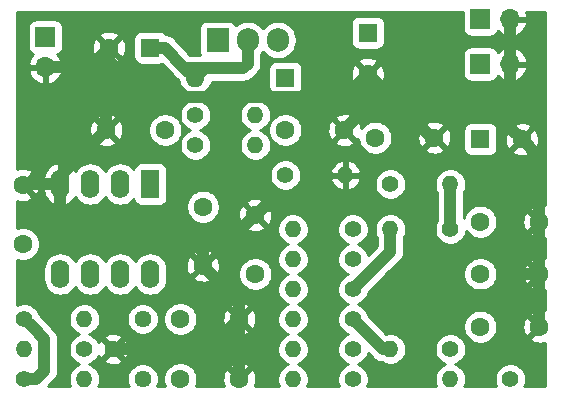
<source format=gbr>
G04 #@! TF.GenerationSoftware,KiCad,Pcbnew,(5.1.5)-3*
G04 #@! TF.CreationDate,2021-03-29T22:58:55-05:00*
G04 #@! TF.ProjectId,Sable_Bias_Voltage,5361626c-655f-4426-9961-735f566f6c74,rev?*
G04 #@! TF.SameCoordinates,Original*
G04 #@! TF.FileFunction,Copper,L2,Bot*
G04 #@! TF.FilePolarity,Positive*
%FSLAX46Y46*%
G04 Gerber Fmt 4.6, Leading zero omitted, Abs format (unit mm)*
G04 Created by KiCad (PCBNEW (5.1.5)-3) date 2021-03-29 22:58:55*
%MOMM*%
%LPD*%
G04 APERTURE LIST*
%ADD10C,1.600000*%
%ADD11R,1.600000X1.600000*%
%ADD12O,1.600000X1.600000*%
%ADD13R,1.700000X1.700000*%
%ADD14O,1.700000X1.700000*%
%ADD15O,1.400000X1.400000*%
%ADD16C,1.400000*%
%ADD17C,1.440000*%
%ADD18R,1.905000X2.000000*%
%ADD19O,1.905000X2.000000*%
%ADD20R,1.600000X2.400000*%
%ADD21O,1.600000X2.400000*%
%ADD22C,0.800000*%
%ADD23C,1.000000*%
%ADD24C,0.254000*%
G04 APERTURE END LIST*
D10*
X160655000Y-92273000D03*
D11*
X160655000Y-88773000D03*
D10*
X158670000Y-97028000D03*
X153670000Y-97028000D03*
X166290000Y-97663000D03*
X161290000Y-97663000D03*
X146685000Y-103505000D03*
X146685000Y-108505000D03*
D11*
X142240000Y-90043000D03*
D10*
X138740000Y-90043000D03*
X143510000Y-97028000D03*
X138510000Y-97028000D03*
X131445000Y-101680000D03*
X131445000Y-106680000D03*
X144780000Y-113030000D03*
X149780000Y-113030000D03*
X149780000Y-118110000D03*
X144780000Y-118110000D03*
X175180000Y-113665000D03*
X170180000Y-113665000D03*
X170180000Y-109220000D03*
X175180000Y-109220000D03*
X170180000Y-104775000D03*
X175180000Y-104775000D03*
D11*
X170180000Y-97790000D03*
D10*
X173680000Y-97790000D03*
D11*
X153670000Y-92583000D03*
D12*
X146050000Y-92583000D03*
D13*
X133350000Y-89154000D03*
D14*
X133350000Y-91694000D03*
D15*
X151130000Y-95758000D03*
D16*
X146050000Y-95758000D03*
D15*
X151130000Y-98298000D03*
D16*
X146050000Y-98298000D03*
X153670000Y-100838000D03*
D15*
X158750000Y-100838000D03*
X136652000Y-113030000D03*
D16*
X131572000Y-113030000D03*
X131572000Y-118110000D03*
D15*
X136652000Y-118110000D03*
X131572000Y-115570000D03*
D16*
X136652000Y-115570000D03*
D15*
X154305000Y-110490000D03*
D16*
X159385000Y-110490000D03*
X167640000Y-105410000D03*
D15*
X162560000Y-105410000D03*
D16*
X159385000Y-118110000D03*
D15*
X154305000Y-118110000D03*
X154305000Y-105410000D03*
D16*
X159385000Y-105410000D03*
X162560000Y-101600000D03*
D15*
X167640000Y-101600000D03*
X154305000Y-113030000D03*
D16*
X159385000Y-113030000D03*
X167640000Y-115570000D03*
D15*
X162560000Y-115570000D03*
D16*
X159385000Y-115570000D03*
D15*
X154305000Y-115570000D03*
D16*
X159385000Y-107950000D03*
D15*
X154305000Y-107950000D03*
X167640000Y-118110000D03*
D16*
X172720000Y-118110000D03*
D17*
X141605000Y-118110000D03*
X139065000Y-115570000D03*
X141605000Y-113030000D03*
D18*
X147955000Y-89408000D03*
D19*
X150495000Y-89408000D03*
X153035000Y-89408000D03*
D20*
X142240000Y-101600000D03*
D21*
X134620000Y-109220000D03*
X139700000Y-101600000D03*
X137160000Y-109220000D03*
X137160000Y-101600000D03*
X139700000Y-109220000D03*
X134620000Y-101600000D03*
X142240000Y-109220000D03*
D13*
X170180000Y-91440000D03*
D14*
X172720000Y-91440000D03*
D10*
X151130000Y-109220000D03*
X151130000Y-104220000D03*
D13*
X170180000Y-87630000D03*
D14*
X172720000Y-87630000D03*
D22*
X162860001Y-109220000D03*
X163830000Y-108585000D03*
X162560000Y-110490000D03*
D23*
X146685000Y-108505000D02*
X146685000Y-107373630D01*
X134620000Y-103800000D02*
X134620000Y-101600000D01*
X135595000Y-104775000D02*
X134620000Y-103800000D01*
X144086370Y-104775000D02*
X135595000Y-104775000D01*
X131525000Y-101600000D02*
X131445000Y-101680000D01*
X134620000Y-101600000D02*
X131525000Y-101600000D01*
X160655000Y-95043000D02*
X158670000Y-97028000D01*
X160655000Y-92273000D02*
X160655000Y-95043000D01*
X158750000Y-97108000D02*
X158670000Y-97028000D01*
X138510000Y-90273000D02*
X138740000Y-90043000D01*
X138510000Y-97028000D02*
X138510000Y-90273000D01*
X149780000Y-118110000D02*
X149780000Y-113030000D01*
X147240000Y-115570000D02*
X149780000Y-113030000D01*
X139065000Y-115570000D02*
X147240000Y-115570000D01*
X149780000Y-111600000D02*
X146685000Y-108505000D01*
X149780000Y-113030000D02*
X149780000Y-111600000D01*
X175180000Y-113665000D02*
X175180000Y-109220000D01*
X175180000Y-109220000D02*
X175180000Y-104775000D01*
X151130000Y-104220000D02*
X149940000Y-105410000D01*
X146685000Y-107373630D02*
X144780000Y-105410000D01*
X149940000Y-105410000D02*
X144780000Y-105410000D01*
X144780000Y-105410000D02*
X144086370Y-104775000D01*
X175180000Y-104775000D02*
X175180000Y-102790000D01*
X163260000Y-109619999D02*
X162860001Y-109220000D01*
X172844002Y-109220000D02*
X171044001Y-111020001D01*
X175180000Y-109220000D02*
X172844002Y-109220000D01*
X163086003Y-103420001D02*
X165735000Y-106068998D01*
X151929999Y-103420001D02*
X163086003Y-103420001D01*
X165735000Y-106068998D02*
X165735000Y-111125000D01*
X151130000Y-104220000D02*
X151929999Y-103420001D01*
X165735000Y-111125000D02*
X164660002Y-111020001D01*
X171044001Y-111020001D02*
X165735000Y-111125000D01*
X163662501Y-108752499D02*
X163830000Y-108585000D01*
X163662501Y-110022499D02*
X163662501Y-108752499D01*
X164660002Y-111020001D02*
X163662501Y-110022499D01*
X163662501Y-110022499D02*
X163260000Y-109619999D01*
X163662501Y-110022499D02*
X163027501Y-110022499D01*
X163027501Y-110022499D02*
X162560000Y-110490000D01*
X175180000Y-99290000D02*
X173680000Y-97790000D01*
X175180000Y-104775000D02*
X175180000Y-99290000D01*
X172720000Y-96830000D02*
X173680000Y-97790000D01*
X172720000Y-91440000D02*
X172720000Y-96830000D01*
X172720000Y-87630000D02*
X172720000Y-91440000D01*
X166045000Y-97663000D02*
X160655000Y-92273000D01*
X166290000Y-97663000D02*
X166045000Y-97663000D01*
X138740000Y-91174370D02*
X141799630Y-94234000D01*
X138740000Y-90043000D02*
X138740000Y-91174370D01*
X158694000Y-94234000D02*
X160655000Y-92273000D01*
X141799630Y-94234000D02*
X158694000Y-94234000D01*
X137089000Y-91694000D02*
X133350000Y-91694000D01*
X138740000Y-90043000D02*
X137089000Y-91694000D01*
X134620000Y-100918000D02*
X138510000Y-97028000D01*
X134620000Y-101600000D02*
X134620000Y-100918000D01*
X150495000Y-91408000D02*
X150495000Y-89408000D01*
X150119999Y-91783001D02*
X150495000Y-91408000D01*
X146849999Y-91783001D02*
X150119999Y-91783001D01*
X146050000Y-92583000D02*
X146849999Y-91783001D01*
X142240000Y-90043000D02*
X143510000Y-90043000D01*
X145123001Y-91783001D02*
X145034000Y-91694000D01*
X146849999Y-91783001D02*
X145123001Y-91783001D01*
X143510000Y-90043000D02*
X145034000Y-91694000D01*
X145034000Y-91694000D02*
X146050000Y-92583000D01*
X133272001Y-117399948D02*
X133272001Y-114730001D01*
X132271999Y-113729999D02*
X131572000Y-113030000D01*
X132561949Y-118110000D02*
X133272001Y-117399948D01*
X133272001Y-114730001D02*
X132271999Y-113729999D01*
X131572000Y-118110000D02*
X132561949Y-118110000D01*
X167640000Y-105410000D02*
X167640000Y-101600000D01*
X162560000Y-107315000D02*
X162560000Y-105410000D01*
X159385000Y-110490000D02*
X162560000Y-107315000D01*
X161925000Y-115570000D02*
X159385000Y-113030000D01*
X162560000Y-115570000D02*
X161925000Y-115570000D01*
D24*
G36*
X168691928Y-88480000D02*
G01*
X168704188Y-88604482D01*
X168740498Y-88724180D01*
X168799463Y-88834494D01*
X168878815Y-88931185D01*
X168975506Y-89010537D01*
X169085820Y-89069502D01*
X169205518Y-89105812D01*
X169330000Y-89118072D01*
X171030000Y-89118072D01*
X171154482Y-89105812D01*
X171274180Y-89069502D01*
X171384494Y-89010537D01*
X171481185Y-88931185D01*
X171560537Y-88834494D01*
X171619502Y-88724180D01*
X171643966Y-88643534D01*
X171719731Y-88727588D01*
X171953080Y-88901641D01*
X172215901Y-89026825D01*
X172363110Y-89071476D01*
X172593000Y-88950155D01*
X172593000Y-87757000D01*
X172847000Y-87757000D01*
X172847000Y-88950155D01*
X173076890Y-89071476D01*
X173224099Y-89026825D01*
X173486920Y-88901641D01*
X173720269Y-88727588D01*
X173915178Y-88511355D01*
X174064157Y-88261252D01*
X174161481Y-87986891D01*
X174040814Y-87757000D01*
X172847000Y-87757000D01*
X172593000Y-87757000D01*
X172573000Y-87757000D01*
X172573000Y-87503000D01*
X172593000Y-87503000D01*
X172593000Y-87483000D01*
X172847000Y-87483000D01*
X172847000Y-87503000D01*
X174040814Y-87503000D01*
X174161481Y-87273109D01*
X174071696Y-87020000D01*
X175616001Y-87020000D01*
X175616000Y-103404895D01*
X175391816Y-103348700D01*
X175109488Y-103334783D01*
X174829870Y-103376213D01*
X174563708Y-103471397D01*
X174438486Y-103538329D01*
X174366903Y-103782298D01*
X175180000Y-104595395D01*
X175194143Y-104581253D01*
X175373748Y-104760858D01*
X175359605Y-104775000D01*
X175373748Y-104789143D01*
X175194143Y-104968748D01*
X175180000Y-104954605D01*
X174366903Y-105767702D01*
X174438486Y-106011671D01*
X174693996Y-106132571D01*
X174968184Y-106201300D01*
X175250512Y-106215217D01*
X175530130Y-106173787D01*
X175616000Y-106143078D01*
X175616000Y-107849895D01*
X175391816Y-107793700D01*
X175109488Y-107779783D01*
X174829870Y-107821213D01*
X174563708Y-107916397D01*
X174438486Y-107983329D01*
X174366903Y-108227298D01*
X175180000Y-109040395D01*
X175194143Y-109026253D01*
X175373748Y-109205858D01*
X175359605Y-109220000D01*
X175373748Y-109234143D01*
X175194143Y-109413748D01*
X175180000Y-109399605D01*
X174366903Y-110212702D01*
X174438486Y-110456671D01*
X174693996Y-110577571D01*
X174968184Y-110646300D01*
X175250512Y-110660217D01*
X175530130Y-110618787D01*
X175616000Y-110588078D01*
X175616000Y-112294895D01*
X175391816Y-112238700D01*
X175109488Y-112224783D01*
X174829870Y-112266213D01*
X174563708Y-112361397D01*
X174438486Y-112428329D01*
X174366903Y-112672298D01*
X175180000Y-113485395D01*
X175194143Y-113471253D01*
X175373748Y-113650858D01*
X175359605Y-113665000D01*
X175373748Y-113679143D01*
X175194143Y-113858748D01*
X175180000Y-113844605D01*
X174366903Y-114657702D01*
X174438486Y-114901671D01*
X174693996Y-115022571D01*
X174968184Y-115091300D01*
X175250512Y-115105217D01*
X175530130Y-115063787D01*
X175616000Y-115033078D01*
X175616000Y-118720000D01*
X173912322Y-118720000D01*
X174003696Y-118499405D01*
X174055000Y-118241486D01*
X174055000Y-117978514D01*
X174003696Y-117720595D01*
X173903061Y-117477641D01*
X173756962Y-117258987D01*
X173571013Y-117073038D01*
X173352359Y-116926939D01*
X173109405Y-116826304D01*
X172851486Y-116775000D01*
X172588514Y-116775000D01*
X172330595Y-116826304D01*
X172087641Y-116926939D01*
X171868987Y-117073038D01*
X171683038Y-117258987D01*
X171536939Y-117477641D01*
X171436304Y-117720595D01*
X171385000Y-117978514D01*
X171385000Y-118241486D01*
X171436304Y-118499405D01*
X171527678Y-118720000D01*
X168832322Y-118720000D01*
X168923696Y-118499405D01*
X168975000Y-118241486D01*
X168975000Y-117978514D01*
X168923696Y-117720595D01*
X168823061Y-117477641D01*
X168676962Y-117258987D01*
X168491013Y-117073038D01*
X168272359Y-116926939D01*
X168062470Y-116840000D01*
X168272359Y-116753061D01*
X168491013Y-116606962D01*
X168676962Y-116421013D01*
X168823061Y-116202359D01*
X168923696Y-115959405D01*
X168975000Y-115701486D01*
X168975000Y-115438514D01*
X168923696Y-115180595D01*
X168823061Y-114937641D01*
X168676962Y-114718987D01*
X168491013Y-114533038D01*
X168272359Y-114386939D01*
X168029405Y-114286304D01*
X167771486Y-114235000D01*
X167508514Y-114235000D01*
X167250595Y-114286304D01*
X167007641Y-114386939D01*
X166788987Y-114533038D01*
X166603038Y-114718987D01*
X166456939Y-114937641D01*
X166356304Y-115180595D01*
X166305000Y-115438514D01*
X166305000Y-115701486D01*
X166356304Y-115959405D01*
X166456939Y-116202359D01*
X166603038Y-116421013D01*
X166788987Y-116606962D01*
X167007641Y-116753061D01*
X167217530Y-116840000D01*
X167007641Y-116926939D01*
X166788987Y-117073038D01*
X166603038Y-117258987D01*
X166456939Y-117477641D01*
X166356304Y-117720595D01*
X166305000Y-117978514D01*
X166305000Y-118241486D01*
X166356304Y-118499405D01*
X166447678Y-118720000D01*
X160577322Y-118720000D01*
X160668696Y-118499405D01*
X160720000Y-118241486D01*
X160720000Y-117978514D01*
X160668696Y-117720595D01*
X160568061Y-117477641D01*
X160421962Y-117258987D01*
X160236013Y-117073038D01*
X160017359Y-116926939D01*
X159807470Y-116840000D01*
X160017359Y-116753061D01*
X160236013Y-116606962D01*
X160421962Y-116421013D01*
X160568061Y-116202359D01*
X160668696Y-115959405D01*
X160675428Y-115925560D01*
X161083009Y-116333141D01*
X161118551Y-116376449D01*
X161291377Y-116518284D01*
X161488553Y-116623676D01*
X161702501Y-116688577D01*
X161853372Y-116703436D01*
X161927641Y-116753061D01*
X162170595Y-116853696D01*
X162428514Y-116905000D01*
X162691486Y-116905000D01*
X162949405Y-116853696D01*
X163192359Y-116753061D01*
X163411013Y-116606962D01*
X163596962Y-116421013D01*
X163743061Y-116202359D01*
X163843696Y-115959405D01*
X163895000Y-115701486D01*
X163895000Y-115438514D01*
X163843696Y-115180595D01*
X163743061Y-114937641D01*
X163596962Y-114718987D01*
X163411013Y-114533038D01*
X163192359Y-114386939D01*
X162949405Y-114286304D01*
X162691486Y-114235000D01*
X162428514Y-114235000D01*
X162233853Y-114273721D01*
X161483797Y-113523665D01*
X168745000Y-113523665D01*
X168745000Y-113806335D01*
X168800147Y-114083574D01*
X168908320Y-114344727D01*
X169065363Y-114579759D01*
X169265241Y-114779637D01*
X169500273Y-114936680D01*
X169761426Y-115044853D01*
X170038665Y-115100000D01*
X170321335Y-115100000D01*
X170598574Y-115044853D01*
X170859727Y-114936680D01*
X171094759Y-114779637D01*
X171294637Y-114579759D01*
X171451680Y-114344727D01*
X171559853Y-114083574D01*
X171615000Y-113806335D01*
X171615000Y-113735512D01*
X173739783Y-113735512D01*
X173781213Y-114015130D01*
X173876397Y-114281292D01*
X173943329Y-114406514D01*
X174187298Y-114478097D01*
X175000395Y-113665000D01*
X174187298Y-112851903D01*
X173943329Y-112923486D01*
X173822429Y-113178996D01*
X173753700Y-113453184D01*
X173739783Y-113735512D01*
X171615000Y-113735512D01*
X171615000Y-113523665D01*
X171559853Y-113246426D01*
X171451680Y-112985273D01*
X171294637Y-112750241D01*
X171094759Y-112550363D01*
X170859727Y-112393320D01*
X170598574Y-112285147D01*
X170321335Y-112230000D01*
X170038665Y-112230000D01*
X169761426Y-112285147D01*
X169500273Y-112393320D01*
X169265241Y-112550363D01*
X169065363Y-112750241D01*
X168908320Y-112985273D01*
X168800147Y-113246426D01*
X168745000Y-113523665D01*
X161483797Y-113523665D01*
X160685573Y-112725442D01*
X160668696Y-112640595D01*
X160568061Y-112397641D01*
X160421962Y-112178987D01*
X160236013Y-111993038D01*
X160017359Y-111846939D01*
X159807470Y-111760000D01*
X160017359Y-111673061D01*
X160236013Y-111526962D01*
X160421962Y-111341013D01*
X160568061Y-111122359D01*
X160668696Y-110879405D01*
X160685573Y-110794558D01*
X162401466Y-109078665D01*
X168745000Y-109078665D01*
X168745000Y-109361335D01*
X168800147Y-109638574D01*
X168908320Y-109899727D01*
X169065363Y-110134759D01*
X169265241Y-110334637D01*
X169500273Y-110491680D01*
X169761426Y-110599853D01*
X170038665Y-110655000D01*
X170321335Y-110655000D01*
X170598574Y-110599853D01*
X170859727Y-110491680D01*
X171094759Y-110334637D01*
X171294637Y-110134759D01*
X171451680Y-109899727D01*
X171559853Y-109638574D01*
X171615000Y-109361335D01*
X171615000Y-109290512D01*
X173739783Y-109290512D01*
X173781213Y-109570130D01*
X173876397Y-109836292D01*
X173943329Y-109961514D01*
X174187298Y-110033097D01*
X175000395Y-109220000D01*
X174187298Y-108406903D01*
X173943329Y-108478486D01*
X173822429Y-108733996D01*
X173753700Y-109008184D01*
X173739783Y-109290512D01*
X171615000Y-109290512D01*
X171615000Y-109078665D01*
X171559853Y-108801426D01*
X171451680Y-108540273D01*
X171294637Y-108305241D01*
X171094759Y-108105363D01*
X170859727Y-107948320D01*
X170598574Y-107840147D01*
X170321335Y-107785000D01*
X170038665Y-107785000D01*
X169761426Y-107840147D01*
X169500273Y-107948320D01*
X169265241Y-108105363D01*
X169065363Y-108305241D01*
X168908320Y-108540273D01*
X168800147Y-108801426D01*
X168745000Y-109078665D01*
X162401466Y-109078665D01*
X163323141Y-108156991D01*
X163366449Y-108121449D01*
X163508284Y-107948623D01*
X163613676Y-107751447D01*
X163678577Y-107537499D01*
X163695000Y-107370752D01*
X163695000Y-107370751D01*
X163700491Y-107315001D01*
X163695000Y-107259249D01*
X163695000Y-106114288D01*
X163743061Y-106042359D01*
X163843696Y-105799405D01*
X163895000Y-105541486D01*
X163895000Y-105278514D01*
X163843696Y-105020595D01*
X163743061Y-104777641D01*
X163596962Y-104558987D01*
X163411013Y-104373038D01*
X163192359Y-104226939D01*
X162949405Y-104126304D01*
X162691486Y-104075000D01*
X162428514Y-104075000D01*
X162170595Y-104126304D01*
X161927641Y-104226939D01*
X161708987Y-104373038D01*
X161523038Y-104558987D01*
X161376939Y-104777641D01*
X161276304Y-105020595D01*
X161225000Y-105278514D01*
X161225000Y-105541486D01*
X161276304Y-105799405D01*
X161376939Y-106042359D01*
X161425001Y-106114289D01*
X161425000Y-106844868D01*
X160675428Y-107594440D01*
X160668696Y-107560595D01*
X160568061Y-107317641D01*
X160421962Y-107098987D01*
X160236013Y-106913038D01*
X160017359Y-106766939D01*
X159807470Y-106680000D01*
X160017359Y-106593061D01*
X160236013Y-106446962D01*
X160421962Y-106261013D01*
X160568061Y-106042359D01*
X160668696Y-105799405D01*
X160720000Y-105541486D01*
X160720000Y-105278514D01*
X160668696Y-105020595D01*
X160568061Y-104777641D01*
X160421962Y-104558987D01*
X160236013Y-104373038D01*
X160017359Y-104226939D01*
X159774405Y-104126304D01*
X159516486Y-104075000D01*
X159253514Y-104075000D01*
X158995595Y-104126304D01*
X158752641Y-104226939D01*
X158533987Y-104373038D01*
X158348038Y-104558987D01*
X158201939Y-104777641D01*
X158101304Y-105020595D01*
X158050000Y-105278514D01*
X158050000Y-105541486D01*
X158101304Y-105799405D01*
X158201939Y-106042359D01*
X158348038Y-106261013D01*
X158533987Y-106446962D01*
X158752641Y-106593061D01*
X158962530Y-106680000D01*
X158752641Y-106766939D01*
X158533987Y-106913038D01*
X158348038Y-107098987D01*
X158201939Y-107317641D01*
X158101304Y-107560595D01*
X158050000Y-107818514D01*
X158050000Y-108081486D01*
X158101304Y-108339405D01*
X158201939Y-108582359D01*
X158348038Y-108801013D01*
X158533987Y-108986962D01*
X158752641Y-109133061D01*
X158962530Y-109220000D01*
X158752641Y-109306939D01*
X158533987Y-109453038D01*
X158348038Y-109638987D01*
X158201939Y-109857641D01*
X158101304Y-110100595D01*
X158050000Y-110358514D01*
X158050000Y-110621486D01*
X158101304Y-110879405D01*
X158201939Y-111122359D01*
X158348038Y-111341013D01*
X158533987Y-111526962D01*
X158752641Y-111673061D01*
X158962530Y-111760000D01*
X158752641Y-111846939D01*
X158533987Y-111993038D01*
X158348038Y-112178987D01*
X158201939Y-112397641D01*
X158101304Y-112640595D01*
X158050000Y-112898514D01*
X158050000Y-113161486D01*
X158101304Y-113419405D01*
X158201939Y-113662359D01*
X158348038Y-113881013D01*
X158533987Y-114066962D01*
X158752641Y-114213061D01*
X158962530Y-114300000D01*
X158752641Y-114386939D01*
X158533987Y-114533038D01*
X158348038Y-114718987D01*
X158201939Y-114937641D01*
X158101304Y-115180595D01*
X158050000Y-115438514D01*
X158050000Y-115701486D01*
X158101304Y-115959405D01*
X158201939Y-116202359D01*
X158348038Y-116421013D01*
X158533987Y-116606962D01*
X158752641Y-116753061D01*
X158962530Y-116840000D01*
X158752641Y-116926939D01*
X158533987Y-117073038D01*
X158348038Y-117258987D01*
X158201939Y-117477641D01*
X158101304Y-117720595D01*
X158050000Y-117978514D01*
X158050000Y-118241486D01*
X158101304Y-118499405D01*
X158192678Y-118720000D01*
X155497322Y-118720000D01*
X155588696Y-118499405D01*
X155640000Y-118241486D01*
X155640000Y-117978514D01*
X155588696Y-117720595D01*
X155488061Y-117477641D01*
X155341962Y-117258987D01*
X155156013Y-117073038D01*
X154937359Y-116926939D01*
X154727470Y-116840000D01*
X154937359Y-116753061D01*
X155156013Y-116606962D01*
X155341962Y-116421013D01*
X155488061Y-116202359D01*
X155588696Y-115959405D01*
X155640000Y-115701486D01*
X155640000Y-115438514D01*
X155588696Y-115180595D01*
X155488061Y-114937641D01*
X155341962Y-114718987D01*
X155156013Y-114533038D01*
X154937359Y-114386939D01*
X154727470Y-114300000D01*
X154937359Y-114213061D01*
X155156013Y-114066962D01*
X155341962Y-113881013D01*
X155488061Y-113662359D01*
X155588696Y-113419405D01*
X155640000Y-113161486D01*
X155640000Y-112898514D01*
X155588696Y-112640595D01*
X155488061Y-112397641D01*
X155341962Y-112178987D01*
X155156013Y-111993038D01*
X154937359Y-111846939D01*
X154727470Y-111760000D01*
X154937359Y-111673061D01*
X155156013Y-111526962D01*
X155341962Y-111341013D01*
X155488061Y-111122359D01*
X155588696Y-110879405D01*
X155640000Y-110621486D01*
X155640000Y-110358514D01*
X155588696Y-110100595D01*
X155488061Y-109857641D01*
X155341962Y-109638987D01*
X155156013Y-109453038D01*
X154937359Y-109306939D01*
X154727470Y-109220000D01*
X154937359Y-109133061D01*
X155156013Y-108986962D01*
X155341962Y-108801013D01*
X155488061Y-108582359D01*
X155588696Y-108339405D01*
X155640000Y-108081486D01*
X155640000Y-107818514D01*
X155588696Y-107560595D01*
X155488061Y-107317641D01*
X155341962Y-107098987D01*
X155156013Y-106913038D01*
X154937359Y-106766939D01*
X154727470Y-106680000D01*
X154937359Y-106593061D01*
X155156013Y-106446962D01*
X155341962Y-106261013D01*
X155488061Y-106042359D01*
X155588696Y-105799405D01*
X155640000Y-105541486D01*
X155640000Y-105278514D01*
X155588696Y-105020595D01*
X155488061Y-104777641D01*
X155341962Y-104558987D01*
X155156013Y-104373038D01*
X154937359Y-104226939D01*
X154694405Y-104126304D01*
X154436486Y-104075000D01*
X154173514Y-104075000D01*
X153915595Y-104126304D01*
X153672641Y-104226939D01*
X153453987Y-104373038D01*
X153268038Y-104558987D01*
X153121939Y-104777641D01*
X153021304Y-105020595D01*
X152970000Y-105278514D01*
X152970000Y-105541486D01*
X153021304Y-105799405D01*
X153121939Y-106042359D01*
X153268038Y-106261013D01*
X153453987Y-106446962D01*
X153672641Y-106593061D01*
X153882530Y-106680000D01*
X153672641Y-106766939D01*
X153453987Y-106913038D01*
X153268038Y-107098987D01*
X153121939Y-107317641D01*
X153021304Y-107560595D01*
X152970000Y-107818514D01*
X152970000Y-108081486D01*
X153021304Y-108339405D01*
X153121939Y-108582359D01*
X153268038Y-108801013D01*
X153453987Y-108986962D01*
X153672641Y-109133061D01*
X153882530Y-109220000D01*
X153672641Y-109306939D01*
X153453987Y-109453038D01*
X153268038Y-109638987D01*
X153121939Y-109857641D01*
X153021304Y-110100595D01*
X152970000Y-110358514D01*
X152970000Y-110621486D01*
X153021304Y-110879405D01*
X153121939Y-111122359D01*
X153268038Y-111341013D01*
X153453987Y-111526962D01*
X153672641Y-111673061D01*
X153882530Y-111760000D01*
X153672641Y-111846939D01*
X153453987Y-111993038D01*
X153268038Y-112178987D01*
X153121939Y-112397641D01*
X153021304Y-112640595D01*
X152970000Y-112898514D01*
X152970000Y-113161486D01*
X153021304Y-113419405D01*
X153121939Y-113662359D01*
X153268038Y-113881013D01*
X153453987Y-114066962D01*
X153672641Y-114213061D01*
X153882530Y-114300000D01*
X153672641Y-114386939D01*
X153453987Y-114533038D01*
X153268038Y-114718987D01*
X153121939Y-114937641D01*
X153021304Y-115180595D01*
X152970000Y-115438514D01*
X152970000Y-115701486D01*
X153021304Y-115959405D01*
X153121939Y-116202359D01*
X153268038Y-116421013D01*
X153453987Y-116606962D01*
X153672641Y-116753061D01*
X153882530Y-116840000D01*
X153672641Y-116926939D01*
X153453987Y-117073038D01*
X153268038Y-117258987D01*
X153121939Y-117477641D01*
X153021304Y-117720595D01*
X152970000Y-117978514D01*
X152970000Y-118241486D01*
X153021304Y-118499405D01*
X153112678Y-118720000D01*
X151078900Y-118720000D01*
X151137571Y-118596004D01*
X151206300Y-118321816D01*
X151220217Y-118039488D01*
X151178787Y-117759870D01*
X151083603Y-117493708D01*
X151016671Y-117368486D01*
X150772702Y-117296903D01*
X149959605Y-118110000D01*
X149973748Y-118124143D01*
X149794143Y-118303748D01*
X149780000Y-118289605D01*
X149765858Y-118303748D01*
X149586253Y-118124143D01*
X149600395Y-118110000D01*
X148787298Y-117296903D01*
X148543329Y-117368486D01*
X148422429Y-117623996D01*
X148353700Y-117898184D01*
X148339783Y-118180512D01*
X148381213Y-118460130D01*
X148474147Y-118720000D01*
X146080562Y-118720000D01*
X146159853Y-118528574D01*
X146215000Y-118251335D01*
X146215000Y-117968665D01*
X146159853Y-117691426D01*
X146051680Y-117430273D01*
X145894637Y-117195241D01*
X145816694Y-117117298D01*
X148966903Y-117117298D01*
X149780000Y-117930395D01*
X150593097Y-117117298D01*
X150521514Y-116873329D01*
X150266004Y-116752429D01*
X149991816Y-116683700D01*
X149709488Y-116669783D01*
X149429870Y-116711213D01*
X149163708Y-116806397D01*
X149038486Y-116873329D01*
X148966903Y-117117298D01*
X145816694Y-117117298D01*
X145694759Y-116995363D01*
X145459727Y-116838320D01*
X145198574Y-116730147D01*
X144921335Y-116675000D01*
X144638665Y-116675000D01*
X144361426Y-116730147D01*
X144100273Y-116838320D01*
X143865241Y-116995363D01*
X143665363Y-117195241D01*
X143508320Y-117430273D01*
X143400147Y-117691426D01*
X143345000Y-117968665D01*
X143345000Y-118251335D01*
X143400147Y-118528574D01*
X143479438Y-118720000D01*
X142818971Y-118720000D01*
X142907928Y-118505239D01*
X142960000Y-118243456D01*
X142960000Y-117976544D01*
X142907928Y-117714761D01*
X142805785Y-117468167D01*
X142657497Y-117246238D01*
X142468762Y-117057503D01*
X142246833Y-116909215D01*
X142000239Y-116807072D01*
X141738456Y-116755000D01*
X141471544Y-116755000D01*
X141209761Y-116807072D01*
X140963167Y-116909215D01*
X140741238Y-117057503D01*
X140552503Y-117246238D01*
X140404215Y-117468167D01*
X140302072Y-117714761D01*
X140250000Y-117976544D01*
X140250000Y-118243456D01*
X140302072Y-118505239D01*
X140391029Y-118720000D01*
X137844322Y-118720000D01*
X137935696Y-118499405D01*
X137987000Y-118241486D01*
X137987000Y-117978514D01*
X137935696Y-117720595D01*
X137835061Y-117477641D01*
X137688962Y-117258987D01*
X137503013Y-117073038D01*
X137284359Y-116926939D01*
X137074470Y-116840000D01*
X137284359Y-116753061D01*
X137503013Y-116606962D01*
X137604415Y-116505560D01*
X138309045Y-116505560D01*
X138370932Y-116741368D01*
X138612790Y-116854266D01*
X138872027Y-116917811D01*
X139138680Y-116929561D01*
X139402501Y-116889063D01*
X139653353Y-116797875D01*
X139759068Y-116741368D01*
X139820955Y-116505560D01*
X139065000Y-115749605D01*
X138309045Y-116505560D01*
X137604415Y-116505560D01*
X137688962Y-116421013D01*
X137835061Y-116202359D01*
X137846232Y-116175390D01*
X137893632Y-116264068D01*
X138129440Y-116325955D01*
X138885395Y-115570000D01*
X139244605Y-115570000D01*
X140000560Y-116325955D01*
X140236368Y-116264068D01*
X140349266Y-116022210D01*
X140412811Y-115762973D01*
X140424561Y-115496320D01*
X140384063Y-115232499D01*
X140292875Y-114981647D01*
X140236368Y-114875932D01*
X140000560Y-114814045D01*
X139244605Y-115570000D01*
X138885395Y-115570000D01*
X138129440Y-114814045D01*
X137893632Y-114875932D01*
X137849056Y-114971427D01*
X137835061Y-114937641D01*
X137688962Y-114718987D01*
X137604415Y-114634440D01*
X138309045Y-114634440D01*
X139065000Y-115390395D01*
X139820955Y-114634440D01*
X139759068Y-114398632D01*
X139517210Y-114285734D01*
X139257973Y-114222189D01*
X138991320Y-114210439D01*
X138727499Y-114250937D01*
X138476647Y-114342125D01*
X138370932Y-114398632D01*
X138309045Y-114634440D01*
X137604415Y-114634440D01*
X137503013Y-114533038D01*
X137284359Y-114386939D01*
X137074470Y-114300000D01*
X137284359Y-114213061D01*
X137503013Y-114066962D01*
X137688962Y-113881013D01*
X137835061Y-113662359D01*
X137935696Y-113419405D01*
X137987000Y-113161486D01*
X137987000Y-112898514D01*
X137986609Y-112896544D01*
X140250000Y-112896544D01*
X140250000Y-113163456D01*
X140302072Y-113425239D01*
X140404215Y-113671833D01*
X140552503Y-113893762D01*
X140741238Y-114082497D01*
X140963167Y-114230785D01*
X141209761Y-114332928D01*
X141471544Y-114385000D01*
X141738456Y-114385000D01*
X142000239Y-114332928D01*
X142246833Y-114230785D01*
X142468762Y-114082497D01*
X142657497Y-113893762D01*
X142805785Y-113671833D01*
X142907928Y-113425239D01*
X142960000Y-113163456D01*
X142960000Y-112896544D01*
X142958433Y-112888665D01*
X143345000Y-112888665D01*
X143345000Y-113171335D01*
X143400147Y-113448574D01*
X143508320Y-113709727D01*
X143665363Y-113944759D01*
X143865241Y-114144637D01*
X144100273Y-114301680D01*
X144361426Y-114409853D01*
X144638665Y-114465000D01*
X144921335Y-114465000D01*
X145198574Y-114409853D01*
X145459727Y-114301680D01*
X145694759Y-114144637D01*
X145816694Y-114022702D01*
X148966903Y-114022702D01*
X149038486Y-114266671D01*
X149293996Y-114387571D01*
X149568184Y-114456300D01*
X149850512Y-114470217D01*
X150130130Y-114428787D01*
X150396292Y-114333603D01*
X150521514Y-114266671D01*
X150593097Y-114022702D01*
X149780000Y-113209605D01*
X148966903Y-114022702D01*
X145816694Y-114022702D01*
X145894637Y-113944759D01*
X146051680Y-113709727D01*
X146159853Y-113448574D01*
X146215000Y-113171335D01*
X146215000Y-113100512D01*
X148339783Y-113100512D01*
X148381213Y-113380130D01*
X148476397Y-113646292D01*
X148543329Y-113771514D01*
X148787298Y-113843097D01*
X149600395Y-113030000D01*
X149959605Y-113030000D01*
X150772702Y-113843097D01*
X151016671Y-113771514D01*
X151137571Y-113516004D01*
X151206300Y-113241816D01*
X151220217Y-112959488D01*
X151178787Y-112679870D01*
X151083603Y-112413708D01*
X151016671Y-112288486D01*
X150772702Y-112216903D01*
X149959605Y-113030000D01*
X149600395Y-113030000D01*
X148787298Y-112216903D01*
X148543329Y-112288486D01*
X148422429Y-112543996D01*
X148353700Y-112818184D01*
X148339783Y-113100512D01*
X146215000Y-113100512D01*
X146215000Y-112888665D01*
X146159853Y-112611426D01*
X146051680Y-112350273D01*
X145894637Y-112115241D01*
X145816694Y-112037298D01*
X148966903Y-112037298D01*
X149780000Y-112850395D01*
X150593097Y-112037298D01*
X150521514Y-111793329D01*
X150266004Y-111672429D01*
X149991816Y-111603700D01*
X149709488Y-111589783D01*
X149429870Y-111631213D01*
X149163708Y-111726397D01*
X149038486Y-111793329D01*
X148966903Y-112037298D01*
X145816694Y-112037298D01*
X145694759Y-111915363D01*
X145459727Y-111758320D01*
X145198574Y-111650147D01*
X144921335Y-111595000D01*
X144638665Y-111595000D01*
X144361426Y-111650147D01*
X144100273Y-111758320D01*
X143865241Y-111915363D01*
X143665363Y-112115241D01*
X143508320Y-112350273D01*
X143400147Y-112611426D01*
X143345000Y-112888665D01*
X142958433Y-112888665D01*
X142907928Y-112634761D01*
X142805785Y-112388167D01*
X142657497Y-112166238D01*
X142468762Y-111977503D01*
X142246833Y-111829215D01*
X142000239Y-111727072D01*
X141738456Y-111675000D01*
X141471544Y-111675000D01*
X141209761Y-111727072D01*
X140963167Y-111829215D01*
X140741238Y-111977503D01*
X140552503Y-112166238D01*
X140404215Y-112388167D01*
X140302072Y-112634761D01*
X140250000Y-112896544D01*
X137986609Y-112896544D01*
X137935696Y-112640595D01*
X137835061Y-112397641D01*
X137688962Y-112178987D01*
X137503013Y-111993038D01*
X137284359Y-111846939D01*
X137041405Y-111746304D01*
X136783486Y-111695000D01*
X136520514Y-111695000D01*
X136262595Y-111746304D01*
X136019641Y-111846939D01*
X135800987Y-111993038D01*
X135615038Y-112178987D01*
X135468939Y-112397641D01*
X135368304Y-112640595D01*
X135317000Y-112898514D01*
X135317000Y-113161486D01*
X135368304Y-113419405D01*
X135468939Y-113662359D01*
X135615038Y-113881013D01*
X135800987Y-114066962D01*
X136019641Y-114213061D01*
X136229530Y-114300000D01*
X136019641Y-114386939D01*
X135800987Y-114533038D01*
X135615038Y-114718987D01*
X135468939Y-114937641D01*
X135368304Y-115180595D01*
X135317000Y-115438514D01*
X135317000Y-115701486D01*
X135368304Y-115959405D01*
X135468939Y-116202359D01*
X135615038Y-116421013D01*
X135800987Y-116606962D01*
X136019641Y-116753061D01*
X136229530Y-116840000D01*
X136019641Y-116926939D01*
X135800987Y-117073038D01*
X135615038Y-117258987D01*
X135468939Y-117477641D01*
X135368304Y-117720595D01*
X135317000Y-117978514D01*
X135317000Y-118241486D01*
X135368304Y-118499405D01*
X135459678Y-118720000D01*
X133557080Y-118720000D01*
X134035136Y-118241944D01*
X134078450Y-118206397D01*
X134220285Y-118033571D01*
X134325677Y-117836395D01*
X134390578Y-117622447D01*
X134407001Y-117455700D01*
X134407001Y-117455693D01*
X134412491Y-117399949D01*
X134407001Y-117344205D01*
X134407001Y-114785742D01*
X134412491Y-114730000D01*
X134407001Y-114674258D01*
X134407001Y-114674249D01*
X134390578Y-114507502D01*
X134325677Y-114293554D01*
X134220285Y-114096378D01*
X134078450Y-113923552D01*
X134035141Y-113888009D01*
X133035142Y-112888011D01*
X132872573Y-112725442D01*
X132855696Y-112640595D01*
X132755061Y-112397641D01*
X132608962Y-112178987D01*
X132423013Y-111993038D01*
X132204359Y-111846939D01*
X131961405Y-111746304D01*
X131703486Y-111695000D01*
X131440514Y-111695000D01*
X131182595Y-111746304D01*
X130962000Y-111837678D01*
X130962000Y-108749508D01*
X133185000Y-108749508D01*
X133185000Y-109690491D01*
X133205764Y-109901308D01*
X133287818Y-110171807D01*
X133421068Y-110421100D01*
X133600392Y-110639607D01*
X133818899Y-110818932D01*
X134068192Y-110952182D01*
X134338691Y-111034236D01*
X134620000Y-111061943D01*
X134901308Y-111034236D01*
X135171807Y-110952182D01*
X135421100Y-110818932D01*
X135639607Y-110639608D01*
X135818932Y-110421101D01*
X135890000Y-110288142D01*
X135961068Y-110421100D01*
X136140392Y-110639607D01*
X136358899Y-110818932D01*
X136608192Y-110952182D01*
X136878691Y-111034236D01*
X137160000Y-111061943D01*
X137441308Y-111034236D01*
X137711807Y-110952182D01*
X137961100Y-110818932D01*
X138179607Y-110639608D01*
X138358932Y-110421101D01*
X138430000Y-110288142D01*
X138501068Y-110421100D01*
X138680392Y-110639607D01*
X138898899Y-110818932D01*
X139148192Y-110952182D01*
X139418691Y-111034236D01*
X139700000Y-111061943D01*
X139981308Y-111034236D01*
X140251807Y-110952182D01*
X140501100Y-110818932D01*
X140719607Y-110639608D01*
X140898932Y-110421101D01*
X140970000Y-110288142D01*
X141041068Y-110421100D01*
X141220392Y-110639607D01*
X141438899Y-110818932D01*
X141688192Y-110952182D01*
X141958691Y-111034236D01*
X142240000Y-111061943D01*
X142521308Y-111034236D01*
X142791807Y-110952182D01*
X143041100Y-110818932D01*
X143259607Y-110639608D01*
X143438932Y-110421101D01*
X143572182Y-110171808D01*
X143654236Y-109901309D01*
X143675000Y-109690492D01*
X143675000Y-109497702D01*
X145871903Y-109497702D01*
X145943486Y-109741671D01*
X146198996Y-109862571D01*
X146473184Y-109931300D01*
X146755512Y-109945217D01*
X147035130Y-109903787D01*
X147301292Y-109808603D01*
X147426514Y-109741671D01*
X147498097Y-109497702D01*
X146685000Y-108684605D01*
X145871903Y-109497702D01*
X143675000Y-109497702D01*
X143675000Y-108749509D01*
X143657863Y-108575512D01*
X145244783Y-108575512D01*
X145286213Y-108855130D01*
X145381397Y-109121292D01*
X145448329Y-109246514D01*
X145692298Y-109318097D01*
X146505395Y-108505000D01*
X146864605Y-108505000D01*
X147677702Y-109318097D01*
X147921671Y-109246514D01*
X148001092Y-109078665D01*
X149695000Y-109078665D01*
X149695000Y-109361335D01*
X149750147Y-109638574D01*
X149858320Y-109899727D01*
X150015363Y-110134759D01*
X150215241Y-110334637D01*
X150450273Y-110491680D01*
X150711426Y-110599853D01*
X150988665Y-110655000D01*
X151271335Y-110655000D01*
X151548574Y-110599853D01*
X151809727Y-110491680D01*
X152044759Y-110334637D01*
X152244637Y-110134759D01*
X152401680Y-109899727D01*
X152509853Y-109638574D01*
X152565000Y-109361335D01*
X152565000Y-109078665D01*
X152509853Y-108801426D01*
X152401680Y-108540273D01*
X152244637Y-108305241D01*
X152044759Y-108105363D01*
X151809727Y-107948320D01*
X151548574Y-107840147D01*
X151271335Y-107785000D01*
X150988665Y-107785000D01*
X150711426Y-107840147D01*
X150450273Y-107948320D01*
X150215241Y-108105363D01*
X150015363Y-108305241D01*
X149858320Y-108540273D01*
X149750147Y-108801426D01*
X149695000Y-109078665D01*
X148001092Y-109078665D01*
X148042571Y-108991004D01*
X148111300Y-108716816D01*
X148125217Y-108434488D01*
X148083787Y-108154870D01*
X147988603Y-107888708D01*
X147921671Y-107763486D01*
X147677702Y-107691903D01*
X146864605Y-108505000D01*
X146505395Y-108505000D01*
X145692298Y-107691903D01*
X145448329Y-107763486D01*
X145327429Y-108018996D01*
X145258700Y-108293184D01*
X145244783Y-108575512D01*
X143657863Y-108575512D01*
X143654236Y-108538691D01*
X143572182Y-108268192D01*
X143438932Y-108018899D01*
X143259608Y-107800392D01*
X143041101Y-107621068D01*
X142837607Y-107512298D01*
X145871903Y-107512298D01*
X146685000Y-108325395D01*
X147498097Y-107512298D01*
X147426514Y-107268329D01*
X147171004Y-107147429D01*
X146896816Y-107078700D01*
X146614488Y-107064783D01*
X146334870Y-107106213D01*
X146068708Y-107201397D01*
X145943486Y-107268329D01*
X145871903Y-107512298D01*
X142837607Y-107512298D01*
X142791808Y-107487818D01*
X142521309Y-107405764D01*
X142240000Y-107378057D01*
X141958692Y-107405764D01*
X141688193Y-107487818D01*
X141438900Y-107621068D01*
X141220393Y-107800392D01*
X141041068Y-108018899D01*
X140970000Y-108151858D01*
X140898932Y-108018899D01*
X140719608Y-107800392D01*
X140501101Y-107621068D01*
X140251808Y-107487818D01*
X139981309Y-107405764D01*
X139700000Y-107378057D01*
X139418692Y-107405764D01*
X139148193Y-107487818D01*
X138898900Y-107621068D01*
X138680393Y-107800392D01*
X138501068Y-108018899D01*
X138430000Y-108151858D01*
X138358932Y-108018899D01*
X138179608Y-107800392D01*
X137961101Y-107621068D01*
X137711808Y-107487818D01*
X137441309Y-107405764D01*
X137160000Y-107378057D01*
X136878692Y-107405764D01*
X136608193Y-107487818D01*
X136358900Y-107621068D01*
X136140393Y-107800392D01*
X135961068Y-108018899D01*
X135890000Y-108151858D01*
X135818932Y-108018899D01*
X135639608Y-107800392D01*
X135421101Y-107621068D01*
X135171808Y-107487818D01*
X134901309Y-107405764D01*
X134620000Y-107378057D01*
X134338692Y-107405764D01*
X134068193Y-107487818D01*
X133818900Y-107621068D01*
X133600393Y-107800392D01*
X133421068Y-108018899D01*
X133287818Y-108268192D01*
X133205764Y-108538691D01*
X133185000Y-108749508D01*
X130962000Y-108749508D01*
X130962000Y-108033167D01*
X131026426Y-108059853D01*
X131303665Y-108115000D01*
X131586335Y-108115000D01*
X131863574Y-108059853D01*
X132124727Y-107951680D01*
X132359759Y-107794637D01*
X132559637Y-107594759D01*
X132716680Y-107359727D01*
X132824853Y-107098574D01*
X132880000Y-106821335D01*
X132880000Y-106538665D01*
X132824853Y-106261426D01*
X132716680Y-106000273D01*
X132559637Y-105765241D01*
X132359759Y-105565363D01*
X132124727Y-105408320D01*
X131863574Y-105300147D01*
X131586335Y-105245000D01*
X131303665Y-105245000D01*
X131026426Y-105300147D01*
X130962000Y-105326833D01*
X130962000Y-105212702D01*
X150316903Y-105212702D01*
X150388486Y-105456671D01*
X150643996Y-105577571D01*
X150918184Y-105646300D01*
X151200512Y-105660217D01*
X151480130Y-105618787D01*
X151746292Y-105523603D01*
X151871514Y-105456671D01*
X151943097Y-105212702D01*
X151130000Y-104399605D01*
X150316903Y-105212702D01*
X130962000Y-105212702D01*
X130962000Y-103038324D01*
X131233184Y-103106300D01*
X131515512Y-103120217D01*
X131795130Y-103078787D01*
X132061292Y-102983603D01*
X132186514Y-102916671D01*
X132258097Y-102672702D01*
X131445000Y-101859605D01*
X131430858Y-101873748D01*
X131251253Y-101694143D01*
X131265395Y-101680000D01*
X131624605Y-101680000D01*
X132437702Y-102493097D01*
X132681671Y-102421514D01*
X132802571Y-102166004D01*
X132871300Y-101891816D01*
X132879424Y-101727000D01*
X133185000Y-101727000D01*
X133185000Y-102127000D01*
X133237350Y-102404514D01*
X133342834Y-102666483D01*
X133497399Y-102902839D01*
X133695105Y-103104500D01*
X133928354Y-103263715D01*
X134188182Y-103374367D01*
X134270961Y-103391904D01*
X134493000Y-103269915D01*
X134493000Y-101727000D01*
X133185000Y-101727000D01*
X132879424Y-101727000D01*
X132885217Y-101609488D01*
X132843787Y-101329870D01*
X132751926Y-101073000D01*
X133185000Y-101073000D01*
X133185000Y-101473000D01*
X134493000Y-101473000D01*
X134493000Y-99930085D01*
X134747000Y-99930085D01*
X134747000Y-101473000D01*
X134767000Y-101473000D01*
X134767000Y-101727000D01*
X134747000Y-101727000D01*
X134747000Y-103269915D01*
X134969039Y-103391904D01*
X135051818Y-103374367D01*
X135311646Y-103263715D01*
X135544895Y-103104500D01*
X135742601Y-102902839D01*
X135892735Y-102673258D01*
X135961068Y-102801100D01*
X136140392Y-103019607D01*
X136358899Y-103198932D01*
X136608192Y-103332182D01*
X136878691Y-103414236D01*
X137160000Y-103441943D01*
X137441308Y-103414236D01*
X137711807Y-103332182D01*
X137961100Y-103198932D01*
X138179607Y-103019608D01*
X138358932Y-102801101D01*
X138430000Y-102668142D01*
X138501068Y-102801100D01*
X138680392Y-103019607D01*
X138898899Y-103198932D01*
X139148192Y-103332182D01*
X139418691Y-103414236D01*
X139700000Y-103441943D01*
X139981308Y-103414236D01*
X140251807Y-103332182D01*
X140501100Y-103198932D01*
X140719607Y-103019608D01*
X140812419Y-102906517D01*
X140814188Y-102924482D01*
X140850498Y-103044180D01*
X140909463Y-103154494D01*
X140988815Y-103251185D01*
X141085506Y-103330537D01*
X141195820Y-103389502D01*
X141315518Y-103425812D01*
X141440000Y-103438072D01*
X143040000Y-103438072D01*
X143164482Y-103425812D01*
X143284180Y-103389502D01*
X143332516Y-103363665D01*
X145250000Y-103363665D01*
X145250000Y-103646335D01*
X145305147Y-103923574D01*
X145413320Y-104184727D01*
X145570363Y-104419759D01*
X145770241Y-104619637D01*
X146005273Y-104776680D01*
X146266426Y-104884853D01*
X146543665Y-104940000D01*
X146826335Y-104940000D01*
X147103574Y-104884853D01*
X147364727Y-104776680D01*
X147599759Y-104619637D01*
X147799637Y-104419759D01*
X147885996Y-104290512D01*
X149689783Y-104290512D01*
X149731213Y-104570130D01*
X149826397Y-104836292D01*
X149893329Y-104961514D01*
X150137298Y-105033097D01*
X150950395Y-104220000D01*
X151309605Y-104220000D01*
X152122702Y-105033097D01*
X152366671Y-104961514D01*
X152487571Y-104706004D01*
X152556300Y-104431816D01*
X152570217Y-104149488D01*
X152528787Y-103869870D01*
X152433603Y-103603708D01*
X152366671Y-103478486D01*
X152122702Y-103406903D01*
X151309605Y-104220000D01*
X150950395Y-104220000D01*
X150137298Y-103406903D01*
X149893329Y-103478486D01*
X149772429Y-103733996D01*
X149703700Y-104008184D01*
X149689783Y-104290512D01*
X147885996Y-104290512D01*
X147956680Y-104184727D01*
X148064853Y-103923574D01*
X148120000Y-103646335D01*
X148120000Y-103363665D01*
X148092875Y-103227298D01*
X150316903Y-103227298D01*
X151130000Y-104040395D01*
X151943097Y-103227298D01*
X151871514Y-102983329D01*
X151616004Y-102862429D01*
X151341816Y-102793700D01*
X151059488Y-102779783D01*
X150779870Y-102821213D01*
X150513708Y-102916397D01*
X150388486Y-102983329D01*
X150316903Y-103227298D01*
X148092875Y-103227298D01*
X148064853Y-103086426D01*
X147956680Y-102825273D01*
X147799637Y-102590241D01*
X147599759Y-102390363D01*
X147364727Y-102233320D01*
X147103574Y-102125147D01*
X146826335Y-102070000D01*
X146543665Y-102070000D01*
X146266426Y-102125147D01*
X146005273Y-102233320D01*
X145770241Y-102390363D01*
X145570363Y-102590241D01*
X145413320Y-102825273D01*
X145305147Y-103086426D01*
X145250000Y-103363665D01*
X143332516Y-103363665D01*
X143394494Y-103330537D01*
X143491185Y-103251185D01*
X143570537Y-103154494D01*
X143629502Y-103044180D01*
X143665812Y-102924482D01*
X143678072Y-102800000D01*
X143678072Y-100706514D01*
X152335000Y-100706514D01*
X152335000Y-100969486D01*
X152386304Y-101227405D01*
X152486939Y-101470359D01*
X152633038Y-101689013D01*
X152818987Y-101874962D01*
X153037641Y-102021061D01*
X153280595Y-102121696D01*
X153538514Y-102173000D01*
X153801486Y-102173000D01*
X154059405Y-102121696D01*
X154302359Y-102021061D01*
X154521013Y-101874962D01*
X154706962Y-101689013D01*
X154853061Y-101470359D01*
X154953696Y-101227405D01*
X154964850Y-101171329D01*
X157457284Y-101171329D01*
X157489953Y-101279044D01*
X157600208Y-101516392D01*
X157754649Y-101727670D01*
X157947340Y-101904759D01*
X158170877Y-102040853D01*
X158416670Y-102130722D01*
X158623000Y-102008201D01*
X158623000Y-100965000D01*
X158877000Y-100965000D01*
X158877000Y-102008201D01*
X159083330Y-102130722D01*
X159329123Y-102040853D01*
X159552660Y-101904759D01*
X159745351Y-101727670D01*
X159899792Y-101516392D01*
X159922032Y-101468514D01*
X161225000Y-101468514D01*
X161225000Y-101731486D01*
X161276304Y-101989405D01*
X161376939Y-102232359D01*
X161523038Y-102451013D01*
X161708987Y-102636962D01*
X161927641Y-102783061D01*
X162170595Y-102883696D01*
X162428514Y-102935000D01*
X162691486Y-102935000D01*
X162949405Y-102883696D01*
X163192359Y-102783061D01*
X163411013Y-102636962D01*
X163596962Y-102451013D01*
X163743061Y-102232359D01*
X163843696Y-101989405D01*
X163895000Y-101731486D01*
X163895000Y-101468514D01*
X166305000Y-101468514D01*
X166305000Y-101731486D01*
X166356304Y-101989405D01*
X166456939Y-102232359D01*
X166505001Y-102304289D01*
X166505000Y-104705712D01*
X166456939Y-104777641D01*
X166356304Y-105020595D01*
X166305000Y-105278514D01*
X166305000Y-105541486D01*
X166356304Y-105799405D01*
X166456939Y-106042359D01*
X166603038Y-106261013D01*
X166788987Y-106446962D01*
X167007641Y-106593061D01*
X167250595Y-106693696D01*
X167508514Y-106745000D01*
X167771486Y-106745000D01*
X168029405Y-106693696D01*
X168272359Y-106593061D01*
X168491013Y-106446962D01*
X168676962Y-106261013D01*
X168823061Y-106042359D01*
X168923696Y-105799405D01*
X168973002Y-105551531D01*
X169065363Y-105689759D01*
X169265241Y-105889637D01*
X169500273Y-106046680D01*
X169761426Y-106154853D01*
X170038665Y-106210000D01*
X170321335Y-106210000D01*
X170598574Y-106154853D01*
X170859727Y-106046680D01*
X171094759Y-105889637D01*
X171294637Y-105689759D01*
X171451680Y-105454727D01*
X171559853Y-105193574D01*
X171615000Y-104916335D01*
X171615000Y-104845512D01*
X173739783Y-104845512D01*
X173781213Y-105125130D01*
X173876397Y-105391292D01*
X173943329Y-105516514D01*
X174187298Y-105588097D01*
X175000395Y-104775000D01*
X174187298Y-103961903D01*
X173943329Y-104033486D01*
X173822429Y-104288996D01*
X173753700Y-104563184D01*
X173739783Y-104845512D01*
X171615000Y-104845512D01*
X171615000Y-104633665D01*
X171559853Y-104356426D01*
X171451680Y-104095273D01*
X171294637Y-103860241D01*
X171094759Y-103660363D01*
X170859727Y-103503320D01*
X170598574Y-103395147D01*
X170321335Y-103340000D01*
X170038665Y-103340000D01*
X169761426Y-103395147D01*
X169500273Y-103503320D01*
X169265241Y-103660363D01*
X169065363Y-103860241D01*
X168908320Y-104095273D01*
X168800147Y-104356426D01*
X168775000Y-104482847D01*
X168775000Y-102304288D01*
X168823061Y-102232359D01*
X168923696Y-101989405D01*
X168975000Y-101731486D01*
X168975000Y-101468514D01*
X168923696Y-101210595D01*
X168823061Y-100967641D01*
X168676962Y-100748987D01*
X168491013Y-100563038D01*
X168272359Y-100416939D01*
X168029405Y-100316304D01*
X167771486Y-100265000D01*
X167508514Y-100265000D01*
X167250595Y-100316304D01*
X167007641Y-100416939D01*
X166788987Y-100563038D01*
X166603038Y-100748987D01*
X166456939Y-100967641D01*
X166356304Y-101210595D01*
X166305000Y-101468514D01*
X163895000Y-101468514D01*
X163843696Y-101210595D01*
X163743061Y-100967641D01*
X163596962Y-100748987D01*
X163411013Y-100563038D01*
X163192359Y-100416939D01*
X162949405Y-100316304D01*
X162691486Y-100265000D01*
X162428514Y-100265000D01*
X162170595Y-100316304D01*
X161927641Y-100416939D01*
X161708987Y-100563038D01*
X161523038Y-100748987D01*
X161376939Y-100967641D01*
X161276304Y-101210595D01*
X161225000Y-101468514D01*
X159922032Y-101468514D01*
X160010047Y-101279044D01*
X160042716Y-101171329D01*
X159919374Y-100965000D01*
X158877000Y-100965000D01*
X158623000Y-100965000D01*
X157580626Y-100965000D01*
X157457284Y-101171329D01*
X154964850Y-101171329D01*
X155005000Y-100969486D01*
X155005000Y-100706514D01*
X154964851Y-100504671D01*
X157457284Y-100504671D01*
X157580626Y-100711000D01*
X158623000Y-100711000D01*
X158623000Y-99667799D01*
X158877000Y-99667799D01*
X158877000Y-100711000D01*
X159919374Y-100711000D01*
X160042716Y-100504671D01*
X160010047Y-100396956D01*
X159899792Y-100159608D01*
X159745351Y-99948330D01*
X159552660Y-99771241D01*
X159329123Y-99635147D01*
X159083330Y-99545278D01*
X158877000Y-99667799D01*
X158623000Y-99667799D01*
X158416670Y-99545278D01*
X158170877Y-99635147D01*
X157947340Y-99771241D01*
X157754649Y-99948330D01*
X157600208Y-100159608D01*
X157489953Y-100396956D01*
X157457284Y-100504671D01*
X154964851Y-100504671D01*
X154953696Y-100448595D01*
X154853061Y-100205641D01*
X154706962Y-99986987D01*
X154521013Y-99801038D01*
X154302359Y-99654939D01*
X154059405Y-99554304D01*
X153801486Y-99503000D01*
X153538514Y-99503000D01*
X153280595Y-99554304D01*
X153037641Y-99654939D01*
X152818987Y-99801038D01*
X152633038Y-99986987D01*
X152486939Y-100205641D01*
X152386304Y-100448595D01*
X152335000Y-100706514D01*
X143678072Y-100706514D01*
X143678072Y-100400000D01*
X143665812Y-100275518D01*
X143629502Y-100155820D01*
X143570537Y-100045506D01*
X143491185Y-99948815D01*
X143394494Y-99869463D01*
X143284180Y-99810498D01*
X143164482Y-99774188D01*
X143040000Y-99761928D01*
X141440000Y-99761928D01*
X141315518Y-99774188D01*
X141195820Y-99810498D01*
X141085506Y-99869463D01*
X140988815Y-99948815D01*
X140909463Y-100045506D01*
X140850498Y-100155820D01*
X140814188Y-100275518D01*
X140812419Y-100293482D01*
X140719608Y-100180392D01*
X140501101Y-100001068D01*
X140251808Y-99867818D01*
X139981309Y-99785764D01*
X139700000Y-99758057D01*
X139418692Y-99785764D01*
X139148193Y-99867818D01*
X138898900Y-100001068D01*
X138680393Y-100180392D01*
X138501068Y-100398899D01*
X138430000Y-100531858D01*
X138358932Y-100398899D01*
X138179608Y-100180392D01*
X137961101Y-100001068D01*
X137711808Y-99867818D01*
X137441309Y-99785764D01*
X137160000Y-99758057D01*
X136878692Y-99785764D01*
X136608193Y-99867818D01*
X136358900Y-100001068D01*
X136140393Y-100180392D01*
X135961068Y-100398899D01*
X135892735Y-100526741D01*
X135742601Y-100297161D01*
X135544895Y-100095500D01*
X135311646Y-99936285D01*
X135051818Y-99825633D01*
X134969039Y-99808096D01*
X134747000Y-99930085D01*
X134493000Y-99930085D01*
X134270961Y-99808096D01*
X134188182Y-99825633D01*
X133928354Y-99936285D01*
X133695105Y-100095500D01*
X133497399Y-100297161D01*
X133342834Y-100533517D01*
X133237350Y-100795486D01*
X133185000Y-101073000D01*
X132751926Y-101073000D01*
X132748603Y-101063708D01*
X132681671Y-100938486D01*
X132437702Y-100866903D01*
X131624605Y-101680000D01*
X131265395Y-101680000D01*
X131251253Y-101665858D01*
X131430858Y-101486253D01*
X131445000Y-101500395D01*
X132258097Y-100687298D01*
X132186514Y-100443329D01*
X131931004Y-100322429D01*
X131656816Y-100253700D01*
X131374488Y-100239783D01*
X131094870Y-100281213D01*
X130962000Y-100328730D01*
X130962000Y-98020702D01*
X137696903Y-98020702D01*
X137768486Y-98264671D01*
X138023996Y-98385571D01*
X138298184Y-98454300D01*
X138580512Y-98468217D01*
X138860130Y-98426787D01*
X139126292Y-98331603D01*
X139251514Y-98264671D01*
X139323097Y-98020702D01*
X138510000Y-97207605D01*
X137696903Y-98020702D01*
X130962000Y-98020702D01*
X130962000Y-97098512D01*
X137069783Y-97098512D01*
X137111213Y-97378130D01*
X137206397Y-97644292D01*
X137273329Y-97769514D01*
X137517298Y-97841097D01*
X138330395Y-97028000D01*
X138689605Y-97028000D01*
X139502702Y-97841097D01*
X139746671Y-97769514D01*
X139867571Y-97514004D01*
X139936300Y-97239816D01*
X139950217Y-96957488D01*
X139939724Y-96886665D01*
X142075000Y-96886665D01*
X142075000Y-97169335D01*
X142130147Y-97446574D01*
X142238320Y-97707727D01*
X142395363Y-97942759D01*
X142595241Y-98142637D01*
X142830273Y-98299680D01*
X143091426Y-98407853D01*
X143368665Y-98463000D01*
X143651335Y-98463000D01*
X143928574Y-98407853D01*
X144189727Y-98299680D01*
X144424759Y-98142637D01*
X144624637Y-97942759D01*
X144781680Y-97707727D01*
X144889853Y-97446574D01*
X144945000Y-97169335D01*
X144945000Y-96886665D01*
X144889853Y-96609426D01*
X144781680Y-96348273D01*
X144624637Y-96113241D01*
X144424759Y-95913363D01*
X144189727Y-95756320D01*
X143928574Y-95648147D01*
X143819820Y-95626514D01*
X144715000Y-95626514D01*
X144715000Y-95889486D01*
X144766304Y-96147405D01*
X144866939Y-96390359D01*
X145013038Y-96609013D01*
X145198987Y-96794962D01*
X145417641Y-96941061D01*
X145627530Y-97028000D01*
X145417641Y-97114939D01*
X145198987Y-97261038D01*
X145013038Y-97446987D01*
X144866939Y-97665641D01*
X144766304Y-97908595D01*
X144715000Y-98166514D01*
X144715000Y-98429486D01*
X144766304Y-98687405D01*
X144866939Y-98930359D01*
X145013038Y-99149013D01*
X145198987Y-99334962D01*
X145417641Y-99481061D01*
X145660595Y-99581696D01*
X145918514Y-99633000D01*
X146181486Y-99633000D01*
X146439405Y-99581696D01*
X146682359Y-99481061D01*
X146901013Y-99334962D01*
X147086962Y-99149013D01*
X147233061Y-98930359D01*
X147333696Y-98687405D01*
X147385000Y-98429486D01*
X147385000Y-98166514D01*
X147333696Y-97908595D01*
X147233061Y-97665641D01*
X147086962Y-97446987D01*
X146901013Y-97261038D01*
X146682359Y-97114939D01*
X146472470Y-97028000D01*
X146682359Y-96941061D01*
X146901013Y-96794962D01*
X147086962Y-96609013D01*
X147233061Y-96390359D01*
X147333696Y-96147405D01*
X147385000Y-95889486D01*
X147385000Y-95626514D01*
X149795000Y-95626514D01*
X149795000Y-95889486D01*
X149846304Y-96147405D01*
X149946939Y-96390359D01*
X150093038Y-96609013D01*
X150278987Y-96794962D01*
X150497641Y-96941061D01*
X150707530Y-97028000D01*
X150497641Y-97114939D01*
X150278987Y-97261038D01*
X150093038Y-97446987D01*
X149946939Y-97665641D01*
X149846304Y-97908595D01*
X149795000Y-98166514D01*
X149795000Y-98429486D01*
X149846304Y-98687405D01*
X149946939Y-98930359D01*
X150093038Y-99149013D01*
X150278987Y-99334962D01*
X150497641Y-99481061D01*
X150740595Y-99581696D01*
X150998514Y-99633000D01*
X151261486Y-99633000D01*
X151519405Y-99581696D01*
X151762359Y-99481061D01*
X151981013Y-99334962D01*
X152166962Y-99149013D01*
X152313061Y-98930359D01*
X152413696Y-98687405D01*
X152465000Y-98429486D01*
X152465000Y-98166514D01*
X152413696Y-97908595D01*
X152313061Y-97665641D01*
X152166962Y-97446987D01*
X151981013Y-97261038D01*
X151762359Y-97114939D01*
X151552470Y-97028000D01*
X151762359Y-96941061D01*
X151843768Y-96886665D01*
X152235000Y-96886665D01*
X152235000Y-97169335D01*
X152290147Y-97446574D01*
X152398320Y-97707727D01*
X152555363Y-97942759D01*
X152755241Y-98142637D01*
X152990273Y-98299680D01*
X153251426Y-98407853D01*
X153528665Y-98463000D01*
X153811335Y-98463000D01*
X154088574Y-98407853D01*
X154349727Y-98299680D01*
X154584759Y-98142637D01*
X154706694Y-98020702D01*
X157856903Y-98020702D01*
X157928486Y-98264671D01*
X158183996Y-98385571D01*
X158458184Y-98454300D01*
X158740512Y-98468217D01*
X159020130Y-98426787D01*
X159286292Y-98331603D01*
X159411514Y-98264671D01*
X159483097Y-98020702D01*
X158670000Y-97207605D01*
X157856903Y-98020702D01*
X154706694Y-98020702D01*
X154784637Y-97942759D01*
X154941680Y-97707727D01*
X155049853Y-97446574D01*
X155105000Y-97169335D01*
X155105000Y-97098512D01*
X157229783Y-97098512D01*
X157271213Y-97378130D01*
X157366397Y-97644292D01*
X157433329Y-97769514D01*
X157677298Y-97841097D01*
X158490395Y-97028000D01*
X158849605Y-97028000D01*
X159662702Y-97841097D01*
X159855000Y-97784675D01*
X159855000Y-97804335D01*
X159910147Y-98081574D01*
X160018320Y-98342727D01*
X160175363Y-98577759D01*
X160375241Y-98777637D01*
X160610273Y-98934680D01*
X160871426Y-99042853D01*
X161148665Y-99098000D01*
X161431335Y-99098000D01*
X161708574Y-99042853D01*
X161969727Y-98934680D01*
X162204759Y-98777637D01*
X162326694Y-98655702D01*
X165476903Y-98655702D01*
X165548486Y-98899671D01*
X165803996Y-99020571D01*
X166078184Y-99089300D01*
X166360512Y-99103217D01*
X166640130Y-99061787D01*
X166906292Y-98966603D01*
X167031514Y-98899671D01*
X167103097Y-98655702D01*
X166290000Y-97842605D01*
X165476903Y-98655702D01*
X162326694Y-98655702D01*
X162404637Y-98577759D01*
X162561680Y-98342727D01*
X162669853Y-98081574D01*
X162725000Y-97804335D01*
X162725000Y-97733512D01*
X164849783Y-97733512D01*
X164891213Y-98013130D01*
X164986397Y-98279292D01*
X165053329Y-98404514D01*
X165297298Y-98476097D01*
X166110395Y-97663000D01*
X166469605Y-97663000D01*
X167282702Y-98476097D01*
X167526671Y-98404514D01*
X167647571Y-98149004D01*
X167716300Y-97874816D01*
X167730217Y-97592488D01*
X167688787Y-97312870D01*
X167593603Y-97046708D01*
X167563293Y-96990000D01*
X168741928Y-96990000D01*
X168741928Y-98590000D01*
X168754188Y-98714482D01*
X168790498Y-98834180D01*
X168849463Y-98944494D01*
X168928815Y-99041185D01*
X169025506Y-99120537D01*
X169135820Y-99179502D01*
X169255518Y-99215812D01*
X169380000Y-99228072D01*
X170980000Y-99228072D01*
X171104482Y-99215812D01*
X171224180Y-99179502D01*
X171334494Y-99120537D01*
X171431185Y-99041185D01*
X171510537Y-98944494D01*
X171569502Y-98834180D01*
X171585117Y-98782702D01*
X172866903Y-98782702D01*
X172938486Y-99026671D01*
X173193996Y-99147571D01*
X173468184Y-99216300D01*
X173750512Y-99230217D01*
X174030130Y-99188787D01*
X174296292Y-99093603D01*
X174421514Y-99026671D01*
X174493097Y-98782702D01*
X173680000Y-97969605D01*
X172866903Y-98782702D01*
X171585117Y-98782702D01*
X171605812Y-98714482D01*
X171618072Y-98590000D01*
X171618072Y-97860512D01*
X172239783Y-97860512D01*
X172281213Y-98140130D01*
X172376397Y-98406292D01*
X172443329Y-98531514D01*
X172687298Y-98603097D01*
X173500395Y-97790000D01*
X173859605Y-97790000D01*
X174672702Y-98603097D01*
X174916671Y-98531514D01*
X175037571Y-98276004D01*
X175106300Y-98001816D01*
X175120217Y-97719488D01*
X175078787Y-97439870D01*
X174983603Y-97173708D01*
X174916671Y-97048486D01*
X174672702Y-96976903D01*
X173859605Y-97790000D01*
X173500395Y-97790000D01*
X172687298Y-96976903D01*
X172443329Y-97048486D01*
X172322429Y-97303996D01*
X172253700Y-97578184D01*
X172239783Y-97860512D01*
X171618072Y-97860512D01*
X171618072Y-96990000D01*
X171605812Y-96865518D01*
X171585118Y-96797298D01*
X172866903Y-96797298D01*
X173680000Y-97610395D01*
X174493097Y-96797298D01*
X174421514Y-96553329D01*
X174166004Y-96432429D01*
X173891816Y-96363700D01*
X173609488Y-96349783D01*
X173329870Y-96391213D01*
X173063708Y-96486397D01*
X172938486Y-96553329D01*
X172866903Y-96797298D01*
X171585118Y-96797298D01*
X171569502Y-96745820D01*
X171510537Y-96635506D01*
X171431185Y-96538815D01*
X171334494Y-96459463D01*
X171224180Y-96400498D01*
X171104482Y-96364188D01*
X170980000Y-96351928D01*
X169380000Y-96351928D01*
X169255518Y-96364188D01*
X169135820Y-96400498D01*
X169025506Y-96459463D01*
X168928815Y-96538815D01*
X168849463Y-96635506D01*
X168790498Y-96745820D01*
X168754188Y-96865518D01*
X168741928Y-96990000D01*
X167563293Y-96990000D01*
X167526671Y-96921486D01*
X167282702Y-96849903D01*
X166469605Y-97663000D01*
X166110395Y-97663000D01*
X165297298Y-96849903D01*
X165053329Y-96921486D01*
X164932429Y-97176996D01*
X164863700Y-97451184D01*
X164849783Y-97733512D01*
X162725000Y-97733512D01*
X162725000Y-97521665D01*
X162669853Y-97244426D01*
X162561680Y-96983273D01*
X162404637Y-96748241D01*
X162326694Y-96670298D01*
X165476903Y-96670298D01*
X166290000Y-97483395D01*
X167103097Y-96670298D01*
X167031514Y-96426329D01*
X166776004Y-96305429D01*
X166501816Y-96236700D01*
X166219488Y-96222783D01*
X165939870Y-96264213D01*
X165673708Y-96359397D01*
X165548486Y-96426329D01*
X165476903Y-96670298D01*
X162326694Y-96670298D01*
X162204759Y-96548363D01*
X161969727Y-96391320D01*
X161708574Y-96283147D01*
X161431335Y-96228000D01*
X161148665Y-96228000D01*
X160871426Y-96283147D01*
X160610273Y-96391320D01*
X160375241Y-96548363D01*
X160175363Y-96748241D01*
X160096665Y-96866022D01*
X160068787Y-96677870D01*
X159973603Y-96411708D01*
X159906671Y-96286486D01*
X159662702Y-96214903D01*
X158849605Y-97028000D01*
X158490395Y-97028000D01*
X157677298Y-96214903D01*
X157433329Y-96286486D01*
X157312429Y-96541996D01*
X157243700Y-96816184D01*
X157229783Y-97098512D01*
X155105000Y-97098512D01*
X155105000Y-96886665D01*
X155049853Y-96609426D01*
X154941680Y-96348273D01*
X154784637Y-96113241D01*
X154706694Y-96035298D01*
X157856903Y-96035298D01*
X158670000Y-96848395D01*
X159483097Y-96035298D01*
X159411514Y-95791329D01*
X159156004Y-95670429D01*
X158881816Y-95601700D01*
X158599488Y-95587783D01*
X158319870Y-95629213D01*
X158053708Y-95724397D01*
X157928486Y-95791329D01*
X157856903Y-96035298D01*
X154706694Y-96035298D01*
X154584759Y-95913363D01*
X154349727Y-95756320D01*
X154088574Y-95648147D01*
X153811335Y-95593000D01*
X153528665Y-95593000D01*
X153251426Y-95648147D01*
X152990273Y-95756320D01*
X152755241Y-95913363D01*
X152555363Y-96113241D01*
X152398320Y-96348273D01*
X152290147Y-96609426D01*
X152235000Y-96886665D01*
X151843768Y-96886665D01*
X151981013Y-96794962D01*
X152166962Y-96609013D01*
X152313061Y-96390359D01*
X152413696Y-96147405D01*
X152465000Y-95889486D01*
X152465000Y-95626514D01*
X152413696Y-95368595D01*
X152313061Y-95125641D01*
X152166962Y-94906987D01*
X151981013Y-94721038D01*
X151762359Y-94574939D01*
X151519405Y-94474304D01*
X151261486Y-94423000D01*
X150998514Y-94423000D01*
X150740595Y-94474304D01*
X150497641Y-94574939D01*
X150278987Y-94721038D01*
X150093038Y-94906987D01*
X149946939Y-95125641D01*
X149846304Y-95368595D01*
X149795000Y-95626514D01*
X147385000Y-95626514D01*
X147333696Y-95368595D01*
X147233061Y-95125641D01*
X147086962Y-94906987D01*
X146901013Y-94721038D01*
X146682359Y-94574939D01*
X146439405Y-94474304D01*
X146181486Y-94423000D01*
X145918514Y-94423000D01*
X145660595Y-94474304D01*
X145417641Y-94574939D01*
X145198987Y-94721038D01*
X145013038Y-94906987D01*
X144866939Y-95125641D01*
X144766304Y-95368595D01*
X144715000Y-95626514D01*
X143819820Y-95626514D01*
X143651335Y-95593000D01*
X143368665Y-95593000D01*
X143091426Y-95648147D01*
X142830273Y-95756320D01*
X142595241Y-95913363D01*
X142395363Y-96113241D01*
X142238320Y-96348273D01*
X142130147Y-96609426D01*
X142075000Y-96886665D01*
X139939724Y-96886665D01*
X139908787Y-96677870D01*
X139813603Y-96411708D01*
X139746671Y-96286486D01*
X139502702Y-96214903D01*
X138689605Y-97028000D01*
X138330395Y-97028000D01*
X137517298Y-96214903D01*
X137273329Y-96286486D01*
X137152429Y-96541996D01*
X137083700Y-96816184D01*
X137069783Y-97098512D01*
X130962000Y-97098512D01*
X130962000Y-96035298D01*
X137696903Y-96035298D01*
X138510000Y-96848395D01*
X139323097Y-96035298D01*
X139251514Y-95791329D01*
X138996004Y-95670429D01*
X138721816Y-95601700D01*
X138439488Y-95587783D01*
X138159870Y-95629213D01*
X137893708Y-95724397D01*
X137768486Y-95791329D01*
X137696903Y-96035298D01*
X130962000Y-96035298D01*
X130962000Y-92050890D01*
X131908524Y-92050890D01*
X131953175Y-92198099D01*
X132078359Y-92460920D01*
X132252412Y-92694269D01*
X132468645Y-92889178D01*
X132718748Y-93038157D01*
X132993109Y-93135481D01*
X133223000Y-93014814D01*
X133223000Y-91821000D01*
X133477000Y-91821000D01*
X133477000Y-93014814D01*
X133706891Y-93135481D01*
X133981252Y-93038157D01*
X134231355Y-92889178D01*
X134447588Y-92694269D01*
X134621641Y-92460920D01*
X134746825Y-92198099D01*
X134791476Y-92050890D01*
X134670155Y-91821000D01*
X133477000Y-91821000D01*
X133223000Y-91821000D01*
X132029845Y-91821000D01*
X131908524Y-92050890D01*
X130962000Y-92050890D01*
X130962000Y-88304000D01*
X131861928Y-88304000D01*
X131861928Y-90004000D01*
X131874188Y-90128482D01*
X131910498Y-90248180D01*
X131969463Y-90358494D01*
X132048815Y-90455185D01*
X132145506Y-90534537D01*
X132255820Y-90593502D01*
X132336466Y-90617966D01*
X132252412Y-90693731D01*
X132078359Y-90927080D01*
X131953175Y-91189901D01*
X131908524Y-91337110D01*
X132029845Y-91567000D01*
X133223000Y-91567000D01*
X133223000Y-91547000D01*
X133477000Y-91547000D01*
X133477000Y-91567000D01*
X134670155Y-91567000D01*
X134791476Y-91337110D01*
X134746825Y-91189901D01*
X134673379Y-91035702D01*
X137926903Y-91035702D01*
X137998486Y-91279671D01*
X138253996Y-91400571D01*
X138528184Y-91469300D01*
X138810512Y-91483217D01*
X139090130Y-91441787D01*
X139356292Y-91346603D01*
X139481514Y-91279671D01*
X139553097Y-91035702D01*
X138740000Y-90222605D01*
X137926903Y-91035702D01*
X134673379Y-91035702D01*
X134621641Y-90927080D01*
X134447588Y-90693731D01*
X134363534Y-90617966D01*
X134444180Y-90593502D01*
X134554494Y-90534537D01*
X134651185Y-90455185D01*
X134730537Y-90358494D01*
X134789502Y-90248180D01*
X134825812Y-90128482D01*
X134827286Y-90113512D01*
X137299783Y-90113512D01*
X137341213Y-90393130D01*
X137436397Y-90659292D01*
X137503329Y-90784514D01*
X137747298Y-90856097D01*
X138560395Y-90043000D01*
X138919605Y-90043000D01*
X139732702Y-90856097D01*
X139976671Y-90784514D01*
X140097571Y-90529004D01*
X140166300Y-90254816D01*
X140180217Y-89972488D01*
X140138787Y-89692870D01*
X140043603Y-89426708D01*
X139976671Y-89301486D01*
X139777340Y-89243000D01*
X140801928Y-89243000D01*
X140801928Y-90843000D01*
X140814188Y-90967482D01*
X140850498Y-91087180D01*
X140909463Y-91197494D01*
X140988815Y-91294185D01*
X141085506Y-91373537D01*
X141195820Y-91432502D01*
X141315518Y-91468812D01*
X141440000Y-91481072D01*
X143040000Y-91481072D01*
X143164482Y-91468812D01*
X143255904Y-91441079D01*
X144127432Y-92385234D01*
X144129965Y-92389298D01*
X144180613Y-92443253D01*
X144192012Y-92457143D01*
X144215373Y-92480504D01*
X144237813Y-92504814D01*
X144241381Y-92507989D01*
X144244640Y-92511461D01*
X144258160Y-92523291D01*
X144281005Y-92546136D01*
X144316552Y-92589450D01*
X144489378Y-92731285D01*
X144506054Y-92740199D01*
X144641778Y-92858957D01*
X144670147Y-93001574D01*
X144778320Y-93262727D01*
X144935363Y-93497759D01*
X145135241Y-93697637D01*
X145370273Y-93854680D01*
X145631426Y-93962853D01*
X145908665Y-94018000D01*
X146191335Y-94018000D01*
X146468574Y-93962853D01*
X146729727Y-93854680D01*
X146964759Y-93697637D01*
X147164637Y-93497759D01*
X147321680Y-93262727D01*
X147429853Y-93001574D01*
X147446477Y-92918001D01*
X150064248Y-92918001D01*
X150119999Y-92923492D01*
X150175750Y-92918001D01*
X150175751Y-92918001D01*
X150342498Y-92901578D01*
X150556446Y-92836677D01*
X150753622Y-92731285D01*
X150926448Y-92589450D01*
X150961994Y-92546137D01*
X151258140Y-92249992D01*
X151301449Y-92214449D01*
X151443284Y-92041623D01*
X151548676Y-91844447D01*
X151567315Y-91783000D01*
X152231928Y-91783000D01*
X152231928Y-93383000D01*
X152244188Y-93507482D01*
X152280498Y-93627180D01*
X152339463Y-93737494D01*
X152418815Y-93834185D01*
X152515506Y-93913537D01*
X152625820Y-93972502D01*
X152745518Y-94008812D01*
X152870000Y-94021072D01*
X154470000Y-94021072D01*
X154594482Y-94008812D01*
X154714180Y-93972502D01*
X154824494Y-93913537D01*
X154921185Y-93834185D01*
X155000537Y-93737494D01*
X155059502Y-93627180D01*
X155095812Y-93507482D01*
X155108072Y-93383000D01*
X155108072Y-93265702D01*
X159841903Y-93265702D01*
X159913486Y-93509671D01*
X160168996Y-93630571D01*
X160443184Y-93699300D01*
X160725512Y-93713217D01*
X161005130Y-93671787D01*
X161271292Y-93576603D01*
X161396514Y-93509671D01*
X161468097Y-93265702D01*
X160655000Y-92452605D01*
X159841903Y-93265702D01*
X155108072Y-93265702D01*
X155108072Y-92343512D01*
X159214783Y-92343512D01*
X159256213Y-92623130D01*
X159351397Y-92889292D01*
X159418329Y-93014514D01*
X159662298Y-93086097D01*
X160475395Y-92273000D01*
X160834605Y-92273000D01*
X161647702Y-93086097D01*
X161891671Y-93014514D01*
X162012571Y-92759004D01*
X162081300Y-92484816D01*
X162095217Y-92202488D01*
X162053787Y-91922870D01*
X161958603Y-91656708D01*
X161891671Y-91531486D01*
X161647702Y-91459903D01*
X160834605Y-92273000D01*
X160475395Y-92273000D01*
X159662298Y-91459903D01*
X159418329Y-91531486D01*
X159297429Y-91786996D01*
X159228700Y-92061184D01*
X159214783Y-92343512D01*
X155108072Y-92343512D01*
X155108072Y-91783000D01*
X155095812Y-91658518D01*
X155059502Y-91538820D01*
X155000537Y-91428506D01*
X154921185Y-91331815D01*
X154858412Y-91280298D01*
X159841903Y-91280298D01*
X160655000Y-92093395D01*
X161468097Y-91280298D01*
X161396514Y-91036329D01*
X161141004Y-90915429D01*
X160866816Y-90846700D01*
X160584488Y-90832783D01*
X160304870Y-90874213D01*
X160038708Y-90969397D01*
X159913486Y-91036329D01*
X159841903Y-91280298D01*
X154858412Y-91280298D01*
X154824494Y-91252463D01*
X154714180Y-91193498D01*
X154594482Y-91157188D01*
X154470000Y-91144928D01*
X152870000Y-91144928D01*
X152745518Y-91157188D01*
X152625820Y-91193498D01*
X152515506Y-91252463D01*
X152418815Y-91331815D01*
X152339463Y-91428506D01*
X152280498Y-91538820D01*
X152244188Y-91658518D01*
X152231928Y-91783000D01*
X151567315Y-91783000D01*
X151613577Y-91630499D01*
X151630000Y-91463752D01*
X151630000Y-91463751D01*
X151635491Y-91408000D01*
X151630000Y-91352248D01*
X151630000Y-90574888D01*
X151765000Y-90410391D01*
X151907037Y-90583463D01*
X152148766Y-90781845D01*
X152424552Y-90929255D01*
X152723797Y-91020030D01*
X153035000Y-91050681D01*
X153346204Y-91020030D01*
X153645449Y-90929255D01*
X153921235Y-90781845D01*
X154154997Y-90590000D01*
X168691928Y-90590000D01*
X168691928Y-92290000D01*
X168704188Y-92414482D01*
X168740498Y-92534180D01*
X168799463Y-92644494D01*
X168878815Y-92741185D01*
X168975506Y-92820537D01*
X169085820Y-92879502D01*
X169205518Y-92915812D01*
X169330000Y-92928072D01*
X171030000Y-92928072D01*
X171154482Y-92915812D01*
X171274180Y-92879502D01*
X171384494Y-92820537D01*
X171481185Y-92741185D01*
X171560537Y-92644494D01*
X171619502Y-92534180D01*
X171643966Y-92453534D01*
X171719731Y-92537588D01*
X171953080Y-92711641D01*
X172215901Y-92836825D01*
X172363110Y-92881476D01*
X172593000Y-92760155D01*
X172593000Y-91567000D01*
X172847000Y-91567000D01*
X172847000Y-92760155D01*
X173076890Y-92881476D01*
X173224099Y-92836825D01*
X173486920Y-92711641D01*
X173720269Y-92537588D01*
X173915178Y-92321355D01*
X174064157Y-92071252D01*
X174161481Y-91796891D01*
X174040814Y-91567000D01*
X172847000Y-91567000D01*
X172593000Y-91567000D01*
X172573000Y-91567000D01*
X172573000Y-91313000D01*
X172593000Y-91313000D01*
X172593000Y-90119845D01*
X172847000Y-90119845D01*
X172847000Y-91313000D01*
X174040814Y-91313000D01*
X174161481Y-91083109D01*
X174064157Y-90808748D01*
X173915178Y-90558645D01*
X173720269Y-90342412D01*
X173486920Y-90168359D01*
X173224099Y-90043175D01*
X173076890Y-89998524D01*
X172847000Y-90119845D01*
X172593000Y-90119845D01*
X172363110Y-89998524D01*
X172215901Y-90043175D01*
X171953080Y-90168359D01*
X171719731Y-90342412D01*
X171643966Y-90426466D01*
X171619502Y-90345820D01*
X171560537Y-90235506D01*
X171481185Y-90138815D01*
X171384494Y-90059463D01*
X171274180Y-90000498D01*
X171154482Y-89964188D01*
X171030000Y-89951928D01*
X169330000Y-89951928D01*
X169205518Y-89964188D01*
X169085820Y-90000498D01*
X168975506Y-90059463D01*
X168878815Y-90138815D01*
X168799463Y-90235506D01*
X168740498Y-90345820D01*
X168704188Y-90465518D01*
X168691928Y-90590000D01*
X154154997Y-90590000D01*
X154162963Y-90583463D01*
X154361345Y-90341734D01*
X154508755Y-90065948D01*
X154599530Y-89766703D01*
X154622500Y-89533485D01*
X154622500Y-89282514D01*
X154599530Y-89049296D01*
X154508755Y-88750051D01*
X154361345Y-88474265D01*
X154162963Y-88232537D01*
X153921234Y-88034155D01*
X153806821Y-87973000D01*
X159216928Y-87973000D01*
X159216928Y-89573000D01*
X159229188Y-89697482D01*
X159265498Y-89817180D01*
X159324463Y-89927494D01*
X159403815Y-90024185D01*
X159500506Y-90103537D01*
X159610820Y-90162502D01*
X159730518Y-90198812D01*
X159855000Y-90211072D01*
X161455000Y-90211072D01*
X161579482Y-90198812D01*
X161699180Y-90162502D01*
X161809494Y-90103537D01*
X161906185Y-90024185D01*
X161985537Y-89927494D01*
X162044502Y-89817180D01*
X162080812Y-89697482D01*
X162093072Y-89573000D01*
X162093072Y-87973000D01*
X162080812Y-87848518D01*
X162044502Y-87728820D01*
X161985537Y-87618506D01*
X161906185Y-87521815D01*
X161809494Y-87442463D01*
X161699180Y-87383498D01*
X161579482Y-87347188D01*
X161455000Y-87334928D01*
X159855000Y-87334928D01*
X159730518Y-87347188D01*
X159610820Y-87383498D01*
X159500506Y-87442463D01*
X159403815Y-87521815D01*
X159324463Y-87618506D01*
X159265498Y-87728820D01*
X159229188Y-87848518D01*
X159216928Y-87973000D01*
X153806821Y-87973000D01*
X153645448Y-87886745D01*
X153346203Y-87795970D01*
X153035000Y-87765319D01*
X152723796Y-87795970D01*
X152424551Y-87886745D01*
X152148765Y-88034155D01*
X151907037Y-88232537D01*
X151765000Y-88405609D01*
X151622963Y-88232537D01*
X151381234Y-88034155D01*
X151105448Y-87886745D01*
X150806203Y-87795970D01*
X150495000Y-87765319D01*
X150183796Y-87795970D01*
X149884551Y-87886745D01*
X149608765Y-88034155D01*
X149482905Y-88137446D01*
X149438037Y-88053506D01*
X149358685Y-87956815D01*
X149261994Y-87877463D01*
X149151680Y-87818498D01*
X149031982Y-87782188D01*
X148907500Y-87769928D01*
X147002500Y-87769928D01*
X146878018Y-87782188D01*
X146758320Y-87818498D01*
X146648006Y-87877463D01*
X146551315Y-87956815D01*
X146471963Y-88053506D01*
X146412998Y-88163820D01*
X146376688Y-88283518D01*
X146364428Y-88408000D01*
X146364428Y-90408000D01*
X146376688Y-90532482D01*
X146411730Y-90648001D01*
X145613093Y-90648001D01*
X144366411Y-89297429D01*
X144316449Y-89236551D01*
X144247560Y-89180015D01*
X144181017Y-89120799D01*
X144161303Y-89109226D01*
X144143623Y-89094716D01*
X144065030Y-89052707D01*
X143988211Y-89007610D01*
X143966615Y-89000104D01*
X143946447Y-88989324D01*
X143861179Y-88963458D01*
X143777028Y-88934210D01*
X143754383Y-88931062D01*
X143732499Y-88924423D01*
X143643814Y-88915688D01*
X143580350Y-88906865D01*
X143570537Y-88888506D01*
X143491185Y-88791815D01*
X143394494Y-88712463D01*
X143284180Y-88653498D01*
X143164482Y-88617188D01*
X143040000Y-88604928D01*
X141440000Y-88604928D01*
X141315518Y-88617188D01*
X141195820Y-88653498D01*
X141085506Y-88712463D01*
X140988815Y-88791815D01*
X140909463Y-88888506D01*
X140850498Y-88998820D01*
X140814188Y-89118518D01*
X140801928Y-89243000D01*
X139777340Y-89243000D01*
X139732702Y-89229903D01*
X138919605Y-90043000D01*
X138560395Y-90043000D01*
X137747298Y-89229903D01*
X137503329Y-89301486D01*
X137382429Y-89556996D01*
X137313700Y-89831184D01*
X137299783Y-90113512D01*
X134827286Y-90113512D01*
X134838072Y-90004000D01*
X134838072Y-89050298D01*
X137926903Y-89050298D01*
X138740000Y-89863395D01*
X139553097Y-89050298D01*
X139481514Y-88806329D01*
X139226004Y-88685429D01*
X138951816Y-88616700D01*
X138669488Y-88602783D01*
X138389870Y-88644213D01*
X138123708Y-88739397D01*
X137998486Y-88806329D01*
X137926903Y-89050298D01*
X134838072Y-89050298D01*
X134838072Y-88304000D01*
X134825812Y-88179518D01*
X134789502Y-88059820D01*
X134730537Y-87949506D01*
X134651185Y-87852815D01*
X134554494Y-87773463D01*
X134444180Y-87714498D01*
X134324482Y-87678188D01*
X134200000Y-87665928D01*
X132500000Y-87665928D01*
X132375518Y-87678188D01*
X132255820Y-87714498D01*
X132145506Y-87773463D01*
X132048815Y-87852815D01*
X131969463Y-87949506D01*
X131910498Y-88059820D01*
X131874188Y-88179518D01*
X131861928Y-88304000D01*
X130962000Y-88304000D01*
X130962000Y-87020000D01*
X168691928Y-87020000D01*
X168691928Y-88480000D01*
G37*
X168691928Y-88480000D02*
X168704188Y-88604482D01*
X168740498Y-88724180D01*
X168799463Y-88834494D01*
X168878815Y-88931185D01*
X168975506Y-89010537D01*
X169085820Y-89069502D01*
X169205518Y-89105812D01*
X169330000Y-89118072D01*
X171030000Y-89118072D01*
X171154482Y-89105812D01*
X171274180Y-89069502D01*
X171384494Y-89010537D01*
X171481185Y-88931185D01*
X171560537Y-88834494D01*
X171619502Y-88724180D01*
X171643966Y-88643534D01*
X171719731Y-88727588D01*
X171953080Y-88901641D01*
X172215901Y-89026825D01*
X172363110Y-89071476D01*
X172593000Y-88950155D01*
X172593000Y-87757000D01*
X172847000Y-87757000D01*
X172847000Y-88950155D01*
X173076890Y-89071476D01*
X173224099Y-89026825D01*
X173486920Y-88901641D01*
X173720269Y-88727588D01*
X173915178Y-88511355D01*
X174064157Y-88261252D01*
X174161481Y-87986891D01*
X174040814Y-87757000D01*
X172847000Y-87757000D01*
X172593000Y-87757000D01*
X172573000Y-87757000D01*
X172573000Y-87503000D01*
X172593000Y-87503000D01*
X172593000Y-87483000D01*
X172847000Y-87483000D01*
X172847000Y-87503000D01*
X174040814Y-87503000D01*
X174161481Y-87273109D01*
X174071696Y-87020000D01*
X175616001Y-87020000D01*
X175616000Y-103404895D01*
X175391816Y-103348700D01*
X175109488Y-103334783D01*
X174829870Y-103376213D01*
X174563708Y-103471397D01*
X174438486Y-103538329D01*
X174366903Y-103782298D01*
X175180000Y-104595395D01*
X175194143Y-104581253D01*
X175373748Y-104760858D01*
X175359605Y-104775000D01*
X175373748Y-104789143D01*
X175194143Y-104968748D01*
X175180000Y-104954605D01*
X174366903Y-105767702D01*
X174438486Y-106011671D01*
X174693996Y-106132571D01*
X174968184Y-106201300D01*
X175250512Y-106215217D01*
X175530130Y-106173787D01*
X175616000Y-106143078D01*
X175616000Y-107849895D01*
X175391816Y-107793700D01*
X175109488Y-107779783D01*
X174829870Y-107821213D01*
X174563708Y-107916397D01*
X174438486Y-107983329D01*
X174366903Y-108227298D01*
X175180000Y-109040395D01*
X175194143Y-109026253D01*
X175373748Y-109205858D01*
X175359605Y-109220000D01*
X175373748Y-109234143D01*
X175194143Y-109413748D01*
X175180000Y-109399605D01*
X174366903Y-110212702D01*
X174438486Y-110456671D01*
X174693996Y-110577571D01*
X174968184Y-110646300D01*
X175250512Y-110660217D01*
X175530130Y-110618787D01*
X175616000Y-110588078D01*
X175616000Y-112294895D01*
X175391816Y-112238700D01*
X175109488Y-112224783D01*
X174829870Y-112266213D01*
X174563708Y-112361397D01*
X174438486Y-112428329D01*
X174366903Y-112672298D01*
X175180000Y-113485395D01*
X175194143Y-113471253D01*
X175373748Y-113650858D01*
X175359605Y-113665000D01*
X175373748Y-113679143D01*
X175194143Y-113858748D01*
X175180000Y-113844605D01*
X174366903Y-114657702D01*
X174438486Y-114901671D01*
X174693996Y-115022571D01*
X174968184Y-115091300D01*
X175250512Y-115105217D01*
X175530130Y-115063787D01*
X175616000Y-115033078D01*
X175616000Y-118720000D01*
X173912322Y-118720000D01*
X174003696Y-118499405D01*
X174055000Y-118241486D01*
X174055000Y-117978514D01*
X174003696Y-117720595D01*
X173903061Y-117477641D01*
X173756962Y-117258987D01*
X173571013Y-117073038D01*
X173352359Y-116926939D01*
X173109405Y-116826304D01*
X172851486Y-116775000D01*
X172588514Y-116775000D01*
X172330595Y-116826304D01*
X172087641Y-116926939D01*
X171868987Y-117073038D01*
X171683038Y-117258987D01*
X171536939Y-117477641D01*
X171436304Y-117720595D01*
X171385000Y-117978514D01*
X171385000Y-118241486D01*
X171436304Y-118499405D01*
X171527678Y-118720000D01*
X168832322Y-118720000D01*
X168923696Y-118499405D01*
X168975000Y-118241486D01*
X168975000Y-117978514D01*
X168923696Y-117720595D01*
X168823061Y-117477641D01*
X168676962Y-117258987D01*
X168491013Y-117073038D01*
X168272359Y-116926939D01*
X168062470Y-116840000D01*
X168272359Y-116753061D01*
X168491013Y-116606962D01*
X168676962Y-116421013D01*
X168823061Y-116202359D01*
X168923696Y-115959405D01*
X168975000Y-115701486D01*
X168975000Y-115438514D01*
X168923696Y-115180595D01*
X168823061Y-114937641D01*
X168676962Y-114718987D01*
X168491013Y-114533038D01*
X168272359Y-114386939D01*
X168029405Y-114286304D01*
X167771486Y-114235000D01*
X167508514Y-114235000D01*
X167250595Y-114286304D01*
X167007641Y-114386939D01*
X166788987Y-114533038D01*
X166603038Y-114718987D01*
X166456939Y-114937641D01*
X166356304Y-115180595D01*
X166305000Y-115438514D01*
X166305000Y-115701486D01*
X166356304Y-115959405D01*
X166456939Y-116202359D01*
X166603038Y-116421013D01*
X166788987Y-116606962D01*
X167007641Y-116753061D01*
X167217530Y-116840000D01*
X167007641Y-116926939D01*
X166788987Y-117073038D01*
X166603038Y-117258987D01*
X166456939Y-117477641D01*
X166356304Y-117720595D01*
X166305000Y-117978514D01*
X166305000Y-118241486D01*
X166356304Y-118499405D01*
X166447678Y-118720000D01*
X160577322Y-118720000D01*
X160668696Y-118499405D01*
X160720000Y-118241486D01*
X160720000Y-117978514D01*
X160668696Y-117720595D01*
X160568061Y-117477641D01*
X160421962Y-117258987D01*
X160236013Y-117073038D01*
X160017359Y-116926939D01*
X159807470Y-116840000D01*
X160017359Y-116753061D01*
X160236013Y-116606962D01*
X160421962Y-116421013D01*
X160568061Y-116202359D01*
X160668696Y-115959405D01*
X160675428Y-115925560D01*
X161083009Y-116333141D01*
X161118551Y-116376449D01*
X161291377Y-116518284D01*
X161488553Y-116623676D01*
X161702501Y-116688577D01*
X161853372Y-116703436D01*
X161927641Y-116753061D01*
X162170595Y-116853696D01*
X162428514Y-116905000D01*
X162691486Y-116905000D01*
X162949405Y-116853696D01*
X163192359Y-116753061D01*
X163411013Y-116606962D01*
X163596962Y-116421013D01*
X163743061Y-116202359D01*
X163843696Y-115959405D01*
X163895000Y-115701486D01*
X163895000Y-115438514D01*
X163843696Y-115180595D01*
X163743061Y-114937641D01*
X163596962Y-114718987D01*
X163411013Y-114533038D01*
X163192359Y-114386939D01*
X162949405Y-114286304D01*
X162691486Y-114235000D01*
X162428514Y-114235000D01*
X162233853Y-114273721D01*
X161483797Y-113523665D01*
X168745000Y-113523665D01*
X168745000Y-113806335D01*
X168800147Y-114083574D01*
X168908320Y-114344727D01*
X169065363Y-114579759D01*
X169265241Y-114779637D01*
X169500273Y-114936680D01*
X169761426Y-115044853D01*
X170038665Y-115100000D01*
X170321335Y-115100000D01*
X170598574Y-115044853D01*
X170859727Y-114936680D01*
X171094759Y-114779637D01*
X171294637Y-114579759D01*
X171451680Y-114344727D01*
X171559853Y-114083574D01*
X171615000Y-113806335D01*
X171615000Y-113735512D01*
X173739783Y-113735512D01*
X173781213Y-114015130D01*
X173876397Y-114281292D01*
X173943329Y-114406514D01*
X174187298Y-114478097D01*
X175000395Y-113665000D01*
X174187298Y-112851903D01*
X173943329Y-112923486D01*
X173822429Y-113178996D01*
X173753700Y-113453184D01*
X173739783Y-113735512D01*
X171615000Y-113735512D01*
X171615000Y-113523665D01*
X171559853Y-113246426D01*
X171451680Y-112985273D01*
X171294637Y-112750241D01*
X171094759Y-112550363D01*
X170859727Y-112393320D01*
X170598574Y-112285147D01*
X170321335Y-112230000D01*
X170038665Y-112230000D01*
X169761426Y-112285147D01*
X169500273Y-112393320D01*
X169265241Y-112550363D01*
X169065363Y-112750241D01*
X168908320Y-112985273D01*
X168800147Y-113246426D01*
X168745000Y-113523665D01*
X161483797Y-113523665D01*
X160685573Y-112725442D01*
X160668696Y-112640595D01*
X160568061Y-112397641D01*
X160421962Y-112178987D01*
X160236013Y-111993038D01*
X160017359Y-111846939D01*
X159807470Y-111760000D01*
X160017359Y-111673061D01*
X160236013Y-111526962D01*
X160421962Y-111341013D01*
X160568061Y-111122359D01*
X160668696Y-110879405D01*
X160685573Y-110794558D01*
X162401466Y-109078665D01*
X168745000Y-109078665D01*
X168745000Y-109361335D01*
X168800147Y-109638574D01*
X168908320Y-109899727D01*
X169065363Y-110134759D01*
X169265241Y-110334637D01*
X169500273Y-110491680D01*
X169761426Y-110599853D01*
X170038665Y-110655000D01*
X170321335Y-110655000D01*
X170598574Y-110599853D01*
X170859727Y-110491680D01*
X171094759Y-110334637D01*
X171294637Y-110134759D01*
X171451680Y-109899727D01*
X171559853Y-109638574D01*
X171615000Y-109361335D01*
X171615000Y-109290512D01*
X173739783Y-109290512D01*
X173781213Y-109570130D01*
X173876397Y-109836292D01*
X173943329Y-109961514D01*
X174187298Y-110033097D01*
X175000395Y-109220000D01*
X174187298Y-108406903D01*
X173943329Y-108478486D01*
X173822429Y-108733996D01*
X173753700Y-109008184D01*
X173739783Y-109290512D01*
X171615000Y-109290512D01*
X171615000Y-109078665D01*
X171559853Y-108801426D01*
X171451680Y-108540273D01*
X171294637Y-108305241D01*
X171094759Y-108105363D01*
X170859727Y-107948320D01*
X170598574Y-107840147D01*
X170321335Y-107785000D01*
X170038665Y-107785000D01*
X169761426Y-107840147D01*
X169500273Y-107948320D01*
X169265241Y-108105363D01*
X169065363Y-108305241D01*
X168908320Y-108540273D01*
X168800147Y-108801426D01*
X168745000Y-109078665D01*
X162401466Y-109078665D01*
X163323141Y-108156991D01*
X163366449Y-108121449D01*
X163508284Y-107948623D01*
X163613676Y-107751447D01*
X163678577Y-107537499D01*
X163695000Y-107370752D01*
X163695000Y-107370751D01*
X163700491Y-107315001D01*
X163695000Y-107259249D01*
X163695000Y-106114288D01*
X163743061Y-106042359D01*
X163843696Y-105799405D01*
X163895000Y-105541486D01*
X163895000Y-105278514D01*
X163843696Y-105020595D01*
X163743061Y-104777641D01*
X163596962Y-104558987D01*
X163411013Y-104373038D01*
X163192359Y-104226939D01*
X162949405Y-104126304D01*
X162691486Y-104075000D01*
X162428514Y-104075000D01*
X162170595Y-104126304D01*
X161927641Y-104226939D01*
X161708987Y-104373038D01*
X161523038Y-104558987D01*
X161376939Y-104777641D01*
X161276304Y-105020595D01*
X161225000Y-105278514D01*
X161225000Y-105541486D01*
X161276304Y-105799405D01*
X161376939Y-106042359D01*
X161425001Y-106114289D01*
X161425000Y-106844868D01*
X160675428Y-107594440D01*
X160668696Y-107560595D01*
X160568061Y-107317641D01*
X160421962Y-107098987D01*
X160236013Y-106913038D01*
X160017359Y-106766939D01*
X159807470Y-106680000D01*
X160017359Y-106593061D01*
X160236013Y-106446962D01*
X160421962Y-106261013D01*
X160568061Y-106042359D01*
X160668696Y-105799405D01*
X160720000Y-105541486D01*
X160720000Y-105278514D01*
X160668696Y-105020595D01*
X160568061Y-104777641D01*
X160421962Y-104558987D01*
X160236013Y-104373038D01*
X160017359Y-104226939D01*
X159774405Y-104126304D01*
X159516486Y-104075000D01*
X159253514Y-104075000D01*
X158995595Y-104126304D01*
X158752641Y-104226939D01*
X158533987Y-104373038D01*
X158348038Y-104558987D01*
X158201939Y-104777641D01*
X158101304Y-105020595D01*
X158050000Y-105278514D01*
X158050000Y-105541486D01*
X158101304Y-105799405D01*
X158201939Y-106042359D01*
X158348038Y-106261013D01*
X158533987Y-106446962D01*
X158752641Y-106593061D01*
X158962530Y-106680000D01*
X158752641Y-106766939D01*
X158533987Y-106913038D01*
X158348038Y-107098987D01*
X158201939Y-107317641D01*
X158101304Y-107560595D01*
X158050000Y-107818514D01*
X158050000Y-108081486D01*
X158101304Y-108339405D01*
X158201939Y-108582359D01*
X158348038Y-108801013D01*
X158533987Y-108986962D01*
X158752641Y-109133061D01*
X158962530Y-109220000D01*
X158752641Y-109306939D01*
X158533987Y-109453038D01*
X158348038Y-109638987D01*
X158201939Y-109857641D01*
X158101304Y-110100595D01*
X158050000Y-110358514D01*
X158050000Y-110621486D01*
X158101304Y-110879405D01*
X158201939Y-111122359D01*
X158348038Y-111341013D01*
X158533987Y-111526962D01*
X158752641Y-111673061D01*
X158962530Y-111760000D01*
X158752641Y-111846939D01*
X158533987Y-111993038D01*
X158348038Y-112178987D01*
X158201939Y-112397641D01*
X158101304Y-112640595D01*
X158050000Y-112898514D01*
X158050000Y-113161486D01*
X158101304Y-113419405D01*
X158201939Y-113662359D01*
X158348038Y-113881013D01*
X158533987Y-114066962D01*
X158752641Y-114213061D01*
X158962530Y-114300000D01*
X158752641Y-114386939D01*
X158533987Y-114533038D01*
X158348038Y-114718987D01*
X158201939Y-114937641D01*
X158101304Y-115180595D01*
X158050000Y-115438514D01*
X158050000Y-115701486D01*
X158101304Y-115959405D01*
X158201939Y-116202359D01*
X158348038Y-116421013D01*
X158533987Y-116606962D01*
X158752641Y-116753061D01*
X158962530Y-116840000D01*
X158752641Y-116926939D01*
X158533987Y-117073038D01*
X158348038Y-117258987D01*
X158201939Y-117477641D01*
X158101304Y-117720595D01*
X158050000Y-117978514D01*
X158050000Y-118241486D01*
X158101304Y-118499405D01*
X158192678Y-118720000D01*
X155497322Y-118720000D01*
X155588696Y-118499405D01*
X155640000Y-118241486D01*
X155640000Y-117978514D01*
X155588696Y-117720595D01*
X155488061Y-117477641D01*
X155341962Y-117258987D01*
X155156013Y-117073038D01*
X154937359Y-116926939D01*
X154727470Y-116840000D01*
X154937359Y-116753061D01*
X155156013Y-116606962D01*
X155341962Y-116421013D01*
X155488061Y-116202359D01*
X155588696Y-115959405D01*
X155640000Y-115701486D01*
X155640000Y-115438514D01*
X155588696Y-115180595D01*
X155488061Y-114937641D01*
X155341962Y-114718987D01*
X155156013Y-114533038D01*
X154937359Y-114386939D01*
X154727470Y-114300000D01*
X154937359Y-114213061D01*
X155156013Y-114066962D01*
X155341962Y-113881013D01*
X155488061Y-113662359D01*
X155588696Y-113419405D01*
X155640000Y-113161486D01*
X155640000Y-112898514D01*
X155588696Y-112640595D01*
X155488061Y-112397641D01*
X155341962Y-112178987D01*
X155156013Y-111993038D01*
X154937359Y-111846939D01*
X154727470Y-111760000D01*
X154937359Y-111673061D01*
X155156013Y-111526962D01*
X155341962Y-111341013D01*
X155488061Y-111122359D01*
X155588696Y-110879405D01*
X155640000Y-110621486D01*
X155640000Y-110358514D01*
X155588696Y-110100595D01*
X155488061Y-109857641D01*
X155341962Y-109638987D01*
X155156013Y-109453038D01*
X154937359Y-109306939D01*
X154727470Y-109220000D01*
X154937359Y-109133061D01*
X155156013Y-108986962D01*
X155341962Y-108801013D01*
X155488061Y-108582359D01*
X155588696Y-108339405D01*
X155640000Y-108081486D01*
X155640000Y-107818514D01*
X155588696Y-107560595D01*
X155488061Y-107317641D01*
X155341962Y-107098987D01*
X155156013Y-106913038D01*
X154937359Y-106766939D01*
X154727470Y-106680000D01*
X154937359Y-106593061D01*
X155156013Y-106446962D01*
X155341962Y-106261013D01*
X155488061Y-106042359D01*
X155588696Y-105799405D01*
X155640000Y-105541486D01*
X155640000Y-105278514D01*
X155588696Y-105020595D01*
X155488061Y-104777641D01*
X155341962Y-104558987D01*
X155156013Y-104373038D01*
X154937359Y-104226939D01*
X154694405Y-104126304D01*
X154436486Y-104075000D01*
X154173514Y-104075000D01*
X153915595Y-104126304D01*
X153672641Y-104226939D01*
X153453987Y-104373038D01*
X153268038Y-104558987D01*
X153121939Y-104777641D01*
X153021304Y-105020595D01*
X152970000Y-105278514D01*
X152970000Y-105541486D01*
X153021304Y-105799405D01*
X153121939Y-106042359D01*
X153268038Y-106261013D01*
X153453987Y-106446962D01*
X153672641Y-106593061D01*
X153882530Y-106680000D01*
X153672641Y-106766939D01*
X153453987Y-106913038D01*
X153268038Y-107098987D01*
X153121939Y-107317641D01*
X153021304Y-107560595D01*
X152970000Y-107818514D01*
X152970000Y-108081486D01*
X153021304Y-108339405D01*
X153121939Y-108582359D01*
X153268038Y-108801013D01*
X153453987Y-108986962D01*
X153672641Y-109133061D01*
X153882530Y-109220000D01*
X153672641Y-109306939D01*
X153453987Y-109453038D01*
X153268038Y-109638987D01*
X153121939Y-109857641D01*
X153021304Y-110100595D01*
X152970000Y-110358514D01*
X152970000Y-110621486D01*
X153021304Y-110879405D01*
X153121939Y-111122359D01*
X153268038Y-111341013D01*
X153453987Y-111526962D01*
X153672641Y-111673061D01*
X153882530Y-111760000D01*
X153672641Y-111846939D01*
X153453987Y-111993038D01*
X153268038Y-112178987D01*
X153121939Y-112397641D01*
X153021304Y-112640595D01*
X152970000Y-112898514D01*
X152970000Y-113161486D01*
X153021304Y-113419405D01*
X153121939Y-113662359D01*
X153268038Y-113881013D01*
X153453987Y-114066962D01*
X153672641Y-114213061D01*
X153882530Y-114300000D01*
X153672641Y-114386939D01*
X153453987Y-114533038D01*
X153268038Y-114718987D01*
X153121939Y-114937641D01*
X153021304Y-115180595D01*
X152970000Y-115438514D01*
X152970000Y-115701486D01*
X153021304Y-115959405D01*
X153121939Y-116202359D01*
X153268038Y-116421013D01*
X153453987Y-116606962D01*
X153672641Y-116753061D01*
X153882530Y-116840000D01*
X153672641Y-116926939D01*
X153453987Y-117073038D01*
X153268038Y-117258987D01*
X153121939Y-117477641D01*
X153021304Y-117720595D01*
X152970000Y-117978514D01*
X152970000Y-118241486D01*
X153021304Y-118499405D01*
X153112678Y-118720000D01*
X151078900Y-118720000D01*
X151137571Y-118596004D01*
X151206300Y-118321816D01*
X151220217Y-118039488D01*
X151178787Y-117759870D01*
X151083603Y-117493708D01*
X151016671Y-117368486D01*
X150772702Y-117296903D01*
X149959605Y-118110000D01*
X149973748Y-118124143D01*
X149794143Y-118303748D01*
X149780000Y-118289605D01*
X149765858Y-118303748D01*
X149586253Y-118124143D01*
X149600395Y-118110000D01*
X148787298Y-117296903D01*
X148543329Y-117368486D01*
X148422429Y-117623996D01*
X148353700Y-117898184D01*
X148339783Y-118180512D01*
X148381213Y-118460130D01*
X148474147Y-118720000D01*
X146080562Y-118720000D01*
X146159853Y-118528574D01*
X146215000Y-118251335D01*
X146215000Y-117968665D01*
X146159853Y-117691426D01*
X146051680Y-117430273D01*
X145894637Y-117195241D01*
X145816694Y-117117298D01*
X148966903Y-117117298D01*
X149780000Y-117930395D01*
X150593097Y-117117298D01*
X150521514Y-116873329D01*
X150266004Y-116752429D01*
X149991816Y-116683700D01*
X149709488Y-116669783D01*
X149429870Y-116711213D01*
X149163708Y-116806397D01*
X149038486Y-116873329D01*
X148966903Y-117117298D01*
X145816694Y-117117298D01*
X145694759Y-116995363D01*
X145459727Y-116838320D01*
X145198574Y-116730147D01*
X144921335Y-116675000D01*
X144638665Y-116675000D01*
X144361426Y-116730147D01*
X144100273Y-116838320D01*
X143865241Y-116995363D01*
X143665363Y-117195241D01*
X143508320Y-117430273D01*
X143400147Y-117691426D01*
X143345000Y-117968665D01*
X143345000Y-118251335D01*
X143400147Y-118528574D01*
X143479438Y-118720000D01*
X142818971Y-118720000D01*
X142907928Y-118505239D01*
X142960000Y-118243456D01*
X142960000Y-117976544D01*
X142907928Y-117714761D01*
X142805785Y-117468167D01*
X142657497Y-117246238D01*
X142468762Y-117057503D01*
X142246833Y-116909215D01*
X142000239Y-116807072D01*
X141738456Y-116755000D01*
X141471544Y-116755000D01*
X141209761Y-116807072D01*
X140963167Y-116909215D01*
X140741238Y-117057503D01*
X140552503Y-117246238D01*
X140404215Y-117468167D01*
X140302072Y-117714761D01*
X140250000Y-117976544D01*
X140250000Y-118243456D01*
X140302072Y-118505239D01*
X140391029Y-118720000D01*
X137844322Y-118720000D01*
X137935696Y-118499405D01*
X137987000Y-118241486D01*
X137987000Y-117978514D01*
X137935696Y-117720595D01*
X137835061Y-117477641D01*
X137688962Y-117258987D01*
X137503013Y-117073038D01*
X137284359Y-116926939D01*
X137074470Y-116840000D01*
X137284359Y-116753061D01*
X137503013Y-116606962D01*
X137604415Y-116505560D01*
X138309045Y-116505560D01*
X138370932Y-116741368D01*
X138612790Y-116854266D01*
X138872027Y-116917811D01*
X139138680Y-116929561D01*
X139402501Y-116889063D01*
X139653353Y-116797875D01*
X139759068Y-116741368D01*
X139820955Y-116505560D01*
X139065000Y-115749605D01*
X138309045Y-116505560D01*
X137604415Y-116505560D01*
X137688962Y-116421013D01*
X137835061Y-116202359D01*
X137846232Y-116175390D01*
X137893632Y-116264068D01*
X138129440Y-116325955D01*
X138885395Y-115570000D01*
X139244605Y-115570000D01*
X140000560Y-116325955D01*
X140236368Y-116264068D01*
X140349266Y-116022210D01*
X140412811Y-115762973D01*
X140424561Y-115496320D01*
X140384063Y-115232499D01*
X140292875Y-114981647D01*
X140236368Y-114875932D01*
X140000560Y-114814045D01*
X139244605Y-115570000D01*
X138885395Y-115570000D01*
X138129440Y-114814045D01*
X137893632Y-114875932D01*
X137849056Y-114971427D01*
X137835061Y-114937641D01*
X137688962Y-114718987D01*
X137604415Y-114634440D01*
X138309045Y-114634440D01*
X139065000Y-115390395D01*
X139820955Y-114634440D01*
X139759068Y-114398632D01*
X139517210Y-114285734D01*
X139257973Y-114222189D01*
X138991320Y-114210439D01*
X138727499Y-114250937D01*
X138476647Y-114342125D01*
X138370932Y-114398632D01*
X138309045Y-114634440D01*
X137604415Y-114634440D01*
X137503013Y-114533038D01*
X137284359Y-114386939D01*
X137074470Y-114300000D01*
X137284359Y-114213061D01*
X137503013Y-114066962D01*
X137688962Y-113881013D01*
X137835061Y-113662359D01*
X137935696Y-113419405D01*
X137987000Y-113161486D01*
X137987000Y-112898514D01*
X137986609Y-112896544D01*
X140250000Y-112896544D01*
X140250000Y-113163456D01*
X140302072Y-113425239D01*
X140404215Y-113671833D01*
X140552503Y-113893762D01*
X140741238Y-114082497D01*
X140963167Y-114230785D01*
X141209761Y-114332928D01*
X141471544Y-114385000D01*
X141738456Y-114385000D01*
X142000239Y-114332928D01*
X142246833Y-114230785D01*
X142468762Y-114082497D01*
X142657497Y-113893762D01*
X142805785Y-113671833D01*
X142907928Y-113425239D01*
X142960000Y-113163456D01*
X142960000Y-112896544D01*
X142958433Y-112888665D01*
X143345000Y-112888665D01*
X143345000Y-113171335D01*
X143400147Y-113448574D01*
X143508320Y-113709727D01*
X143665363Y-113944759D01*
X143865241Y-114144637D01*
X144100273Y-114301680D01*
X144361426Y-114409853D01*
X144638665Y-114465000D01*
X144921335Y-114465000D01*
X145198574Y-114409853D01*
X145459727Y-114301680D01*
X145694759Y-114144637D01*
X145816694Y-114022702D01*
X148966903Y-114022702D01*
X149038486Y-114266671D01*
X149293996Y-114387571D01*
X149568184Y-114456300D01*
X149850512Y-114470217D01*
X150130130Y-114428787D01*
X150396292Y-114333603D01*
X150521514Y-114266671D01*
X150593097Y-114022702D01*
X149780000Y-113209605D01*
X148966903Y-114022702D01*
X145816694Y-114022702D01*
X145894637Y-113944759D01*
X146051680Y-113709727D01*
X146159853Y-113448574D01*
X146215000Y-113171335D01*
X146215000Y-113100512D01*
X148339783Y-113100512D01*
X148381213Y-113380130D01*
X148476397Y-113646292D01*
X148543329Y-113771514D01*
X148787298Y-113843097D01*
X149600395Y-113030000D01*
X149959605Y-113030000D01*
X150772702Y-113843097D01*
X151016671Y-113771514D01*
X151137571Y-113516004D01*
X151206300Y-113241816D01*
X151220217Y-112959488D01*
X151178787Y-112679870D01*
X151083603Y-112413708D01*
X151016671Y-112288486D01*
X150772702Y-112216903D01*
X149959605Y-113030000D01*
X149600395Y-113030000D01*
X148787298Y-112216903D01*
X148543329Y-112288486D01*
X148422429Y-112543996D01*
X148353700Y-112818184D01*
X148339783Y-113100512D01*
X146215000Y-113100512D01*
X146215000Y-112888665D01*
X146159853Y-112611426D01*
X146051680Y-112350273D01*
X145894637Y-112115241D01*
X145816694Y-112037298D01*
X148966903Y-112037298D01*
X149780000Y-112850395D01*
X150593097Y-112037298D01*
X150521514Y-111793329D01*
X150266004Y-111672429D01*
X149991816Y-111603700D01*
X149709488Y-111589783D01*
X149429870Y-111631213D01*
X149163708Y-111726397D01*
X149038486Y-111793329D01*
X148966903Y-112037298D01*
X145816694Y-112037298D01*
X145694759Y-111915363D01*
X145459727Y-111758320D01*
X145198574Y-111650147D01*
X144921335Y-111595000D01*
X144638665Y-111595000D01*
X144361426Y-111650147D01*
X144100273Y-111758320D01*
X143865241Y-111915363D01*
X143665363Y-112115241D01*
X143508320Y-112350273D01*
X143400147Y-112611426D01*
X143345000Y-112888665D01*
X142958433Y-112888665D01*
X142907928Y-112634761D01*
X142805785Y-112388167D01*
X142657497Y-112166238D01*
X142468762Y-111977503D01*
X142246833Y-111829215D01*
X142000239Y-111727072D01*
X141738456Y-111675000D01*
X141471544Y-111675000D01*
X141209761Y-111727072D01*
X140963167Y-111829215D01*
X140741238Y-111977503D01*
X140552503Y-112166238D01*
X140404215Y-112388167D01*
X140302072Y-112634761D01*
X140250000Y-112896544D01*
X137986609Y-112896544D01*
X137935696Y-112640595D01*
X137835061Y-112397641D01*
X137688962Y-112178987D01*
X137503013Y-111993038D01*
X137284359Y-111846939D01*
X137041405Y-111746304D01*
X136783486Y-111695000D01*
X136520514Y-111695000D01*
X136262595Y-111746304D01*
X136019641Y-111846939D01*
X135800987Y-111993038D01*
X135615038Y-112178987D01*
X135468939Y-112397641D01*
X135368304Y-112640595D01*
X135317000Y-112898514D01*
X135317000Y-113161486D01*
X135368304Y-113419405D01*
X135468939Y-113662359D01*
X135615038Y-113881013D01*
X135800987Y-114066962D01*
X136019641Y-114213061D01*
X136229530Y-114300000D01*
X136019641Y-114386939D01*
X135800987Y-114533038D01*
X135615038Y-114718987D01*
X135468939Y-114937641D01*
X135368304Y-115180595D01*
X135317000Y-115438514D01*
X135317000Y-115701486D01*
X135368304Y-115959405D01*
X135468939Y-116202359D01*
X135615038Y-116421013D01*
X135800987Y-116606962D01*
X136019641Y-116753061D01*
X136229530Y-116840000D01*
X136019641Y-116926939D01*
X135800987Y-117073038D01*
X135615038Y-117258987D01*
X135468939Y-117477641D01*
X135368304Y-117720595D01*
X135317000Y-117978514D01*
X135317000Y-118241486D01*
X135368304Y-118499405D01*
X135459678Y-118720000D01*
X133557080Y-118720000D01*
X134035136Y-118241944D01*
X134078450Y-118206397D01*
X134220285Y-118033571D01*
X134325677Y-117836395D01*
X134390578Y-117622447D01*
X134407001Y-117455700D01*
X134407001Y-117455693D01*
X134412491Y-117399949D01*
X134407001Y-117344205D01*
X134407001Y-114785742D01*
X134412491Y-114730000D01*
X134407001Y-114674258D01*
X134407001Y-114674249D01*
X134390578Y-114507502D01*
X134325677Y-114293554D01*
X134220285Y-114096378D01*
X134078450Y-113923552D01*
X134035141Y-113888009D01*
X133035142Y-112888011D01*
X132872573Y-112725442D01*
X132855696Y-112640595D01*
X132755061Y-112397641D01*
X132608962Y-112178987D01*
X132423013Y-111993038D01*
X132204359Y-111846939D01*
X131961405Y-111746304D01*
X131703486Y-111695000D01*
X131440514Y-111695000D01*
X131182595Y-111746304D01*
X130962000Y-111837678D01*
X130962000Y-108749508D01*
X133185000Y-108749508D01*
X133185000Y-109690491D01*
X133205764Y-109901308D01*
X133287818Y-110171807D01*
X133421068Y-110421100D01*
X133600392Y-110639607D01*
X133818899Y-110818932D01*
X134068192Y-110952182D01*
X134338691Y-111034236D01*
X134620000Y-111061943D01*
X134901308Y-111034236D01*
X135171807Y-110952182D01*
X135421100Y-110818932D01*
X135639607Y-110639608D01*
X135818932Y-110421101D01*
X135890000Y-110288142D01*
X135961068Y-110421100D01*
X136140392Y-110639607D01*
X136358899Y-110818932D01*
X136608192Y-110952182D01*
X136878691Y-111034236D01*
X137160000Y-111061943D01*
X137441308Y-111034236D01*
X137711807Y-110952182D01*
X137961100Y-110818932D01*
X138179607Y-110639608D01*
X138358932Y-110421101D01*
X138430000Y-110288142D01*
X138501068Y-110421100D01*
X138680392Y-110639607D01*
X138898899Y-110818932D01*
X139148192Y-110952182D01*
X139418691Y-111034236D01*
X139700000Y-111061943D01*
X139981308Y-111034236D01*
X140251807Y-110952182D01*
X140501100Y-110818932D01*
X140719607Y-110639608D01*
X140898932Y-110421101D01*
X140970000Y-110288142D01*
X141041068Y-110421100D01*
X141220392Y-110639607D01*
X141438899Y-110818932D01*
X141688192Y-110952182D01*
X141958691Y-111034236D01*
X142240000Y-111061943D01*
X142521308Y-111034236D01*
X142791807Y-110952182D01*
X143041100Y-110818932D01*
X143259607Y-110639608D01*
X143438932Y-110421101D01*
X143572182Y-110171808D01*
X143654236Y-109901309D01*
X143675000Y-109690492D01*
X143675000Y-109497702D01*
X145871903Y-109497702D01*
X145943486Y-109741671D01*
X146198996Y-109862571D01*
X146473184Y-109931300D01*
X146755512Y-109945217D01*
X147035130Y-109903787D01*
X147301292Y-109808603D01*
X147426514Y-109741671D01*
X147498097Y-109497702D01*
X146685000Y-108684605D01*
X145871903Y-109497702D01*
X143675000Y-109497702D01*
X143675000Y-108749509D01*
X143657863Y-108575512D01*
X145244783Y-108575512D01*
X145286213Y-108855130D01*
X145381397Y-109121292D01*
X145448329Y-109246514D01*
X145692298Y-109318097D01*
X146505395Y-108505000D01*
X146864605Y-108505000D01*
X147677702Y-109318097D01*
X147921671Y-109246514D01*
X148001092Y-109078665D01*
X149695000Y-109078665D01*
X149695000Y-109361335D01*
X149750147Y-109638574D01*
X149858320Y-109899727D01*
X150015363Y-110134759D01*
X150215241Y-110334637D01*
X150450273Y-110491680D01*
X150711426Y-110599853D01*
X150988665Y-110655000D01*
X151271335Y-110655000D01*
X151548574Y-110599853D01*
X151809727Y-110491680D01*
X152044759Y-110334637D01*
X152244637Y-110134759D01*
X152401680Y-109899727D01*
X152509853Y-109638574D01*
X152565000Y-109361335D01*
X152565000Y-109078665D01*
X152509853Y-108801426D01*
X152401680Y-108540273D01*
X152244637Y-108305241D01*
X152044759Y-108105363D01*
X151809727Y-107948320D01*
X151548574Y-107840147D01*
X151271335Y-107785000D01*
X150988665Y-107785000D01*
X150711426Y-107840147D01*
X150450273Y-107948320D01*
X150215241Y-108105363D01*
X150015363Y-108305241D01*
X149858320Y-108540273D01*
X149750147Y-108801426D01*
X149695000Y-109078665D01*
X148001092Y-109078665D01*
X148042571Y-108991004D01*
X148111300Y-108716816D01*
X148125217Y-108434488D01*
X148083787Y-108154870D01*
X147988603Y-107888708D01*
X147921671Y-107763486D01*
X147677702Y-107691903D01*
X146864605Y-108505000D01*
X146505395Y-108505000D01*
X145692298Y-107691903D01*
X145448329Y-107763486D01*
X145327429Y-108018996D01*
X145258700Y-108293184D01*
X145244783Y-108575512D01*
X143657863Y-108575512D01*
X143654236Y-108538691D01*
X143572182Y-108268192D01*
X143438932Y-108018899D01*
X143259608Y-107800392D01*
X143041101Y-107621068D01*
X142837607Y-107512298D01*
X145871903Y-107512298D01*
X146685000Y-108325395D01*
X147498097Y-107512298D01*
X147426514Y-107268329D01*
X147171004Y-107147429D01*
X146896816Y-107078700D01*
X146614488Y-107064783D01*
X146334870Y-107106213D01*
X146068708Y-107201397D01*
X145943486Y-107268329D01*
X145871903Y-107512298D01*
X142837607Y-107512298D01*
X142791808Y-107487818D01*
X142521309Y-107405764D01*
X142240000Y-107378057D01*
X141958692Y-107405764D01*
X141688193Y-107487818D01*
X141438900Y-107621068D01*
X141220393Y-107800392D01*
X141041068Y-108018899D01*
X140970000Y-108151858D01*
X140898932Y-108018899D01*
X140719608Y-107800392D01*
X140501101Y-107621068D01*
X140251808Y-107487818D01*
X139981309Y-107405764D01*
X139700000Y-107378057D01*
X139418692Y-107405764D01*
X139148193Y-107487818D01*
X138898900Y-107621068D01*
X138680393Y-107800392D01*
X138501068Y-108018899D01*
X138430000Y-108151858D01*
X138358932Y-108018899D01*
X138179608Y-107800392D01*
X137961101Y-107621068D01*
X137711808Y-107487818D01*
X137441309Y-107405764D01*
X137160000Y-107378057D01*
X136878692Y-107405764D01*
X136608193Y-107487818D01*
X136358900Y-107621068D01*
X136140393Y-107800392D01*
X135961068Y-108018899D01*
X135890000Y-108151858D01*
X135818932Y-108018899D01*
X135639608Y-107800392D01*
X135421101Y-107621068D01*
X135171808Y-107487818D01*
X134901309Y-107405764D01*
X134620000Y-107378057D01*
X134338692Y-107405764D01*
X134068193Y-107487818D01*
X133818900Y-107621068D01*
X133600393Y-107800392D01*
X133421068Y-108018899D01*
X133287818Y-108268192D01*
X133205764Y-108538691D01*
X133185000Y-108749508D01*
X130962000Y-108749508D01*
X130962000Y-108033167D01*
X131026426Y-108059853D01*
X131303665Y-108115000D01*
X131586335Y-108115000D01*
X131863574Y-108059853D01*
X132124727Y-107951680D01*
X132359759Y-107794637D01*
X132559637Y-107594759D01*
X132716680Y-107359727D01*
X132824853Y-107098574D01*
X132880000Y-106821335D01*
X132880000Y-106538665D01*
X132824853Y-106261426D01*
X132716680Y-106000273D01*
X132559637Y-105765241D01*
X132359759Y-105565363D01*
X132124727Y-105408320D01*
X131863574Y-105300147D01*
X131586335Y-105245000D01*
X131303665Y-105245000D01*
X131026426Y-105300147D01*
X130962000Y-105326833D01*
X130962000Y-105212702D01*
X150316903Y-105212702D01*
X150388486Y-105456671D01*
X150643996Y-105577571D01*
X150918184Y-105646300D01*
X151200512Y-105660217D01*
X151480130Y-105618787D01*
X151746292Y-105523603D01*
X151871514Y-105456671D01*
X151943097Y-105212702D01*
X151130000Y-104399605D01*
X150316903Y-105212702D01*
X130962000Y-105212702D01*
X130962000Y-103038324D01*
X131233184Y-103106300D01*
X131515512Y-103120217D01*
X131795130Y-103078787D01*
X132061292Y-102983603D01*
X132186514Y-102916671D01*
X132258097Y-102672702D01*
X131445000Y-101859605D01*
X131430858Y-101873748D01*
X131251253Y-101694143D01*
X131265395Y-101680000D01*
X131624605Y-101680000D01*
X132437702Y-102493097D01*
X132681671Y-102421514D01*
X132802571Y-102166004D01*
X132871300Y-101891816D01*
X132879424Y-101727000D01*
X133185000Y-101727000D01*
X133185000Y-102127000D01*
X133237350Y-102404514D01*
X133342834Y-102666483D01*
X133497399Y-102902839D01*
X133695105Y-103104500D01*
X133928354Y-103263715D01*
X134188182Y-103374367D01*
X134270961Y-103391904D01*
X134493000Y-103269915D01*
X134493000Y-101727000D01*
X133185000Y-101727000D01*
X132879424Y-101727000D01*
X132885217Y-101609488D01*
X132843787Y-101329870D01*
X132751926Y-101073000D01*
X133185000Y-101073000D01*
X133185000Y-101473000D01*
X134493000Y-101473000D01*
X134493000Y-99930085D01*
X134747000Y-99930085D01*
X134747000Y-101473000D01*
X134767000Y-101473000D01*
X134767000Y-101727000D01*
X134747000Y-101727000D01*
X134747000Y-103269915D01*
X134969039Y-103391904D01*
X135051818Y-103374367D01*
X135311646Y-103263715D01*
X135544895Y-103104500D01*
X135742601Y-102902839D01*
X135892735Y-102673258D01*
X135961068Y-102801100D01*
X136140392Y-103019607D01*
X136358899Y-103198932D01*
X136608192Y-103332182D01*
X136878691Y-103414236D01*
X137160000Y-103441943D01*
X137441308Y-103414236D01*
X137711807Y-103332182D01*
X137961100Y-103198932D01*
X138179607Y-103019608D01*
X138358932Y-102801101D01*
X138430000Y-102668142D01*
X138501068Y-102801100D01*
X138680392Y-103019607D01*
X138898899Y-103198932D01*
X139148192Y-103332182D01*
X139418691Y-103414236D01*
X139700000Y-103441943D01*
X139981308Y-103414236D01*
X140251807Y-103332182D01*
X140501100Y-103198932D01*
X140719607Y-103019608D01*
X140812419Y-102906517D01*
X140814188Y-102924482D01*
X140850498Y-103044180D01*
X140909463Y-103154494D01*
X140988815Y-103251185D01*
X141085506Y-103330537D01*
X141195820Y-103389502D01*
X141315518Y-103425812D01*
X141440000Y-103438072D01*
X143040000Y-103438072D01*
X143164482Y-103425812D01*
X143284180Y-103389502D01*
X143332516Y-103363665D01*
X145250000Y-103363665D01*
X145250000Y-103646335D01*
X145305147Y-103923574D01*
X145413320Y-104184727D01*
X145570363Y-104419759D01*
X145770241Y-104619637D01*
X146005273Y-104776680D01*
X146266426Y-104884853D01*
X146543665Y-104940000D01*
X146826335Y-104940000D01*
X147103574Y-104884853D01*
X147364727Y-104776680D01*
X147599759Y-104619637D01*
X147799637Y-104419759D01*
X147885996Y-104290512D01*
X149689783Y-104290512D01*
X149731213Y-104570130D01*
X149826397Y-104836292D01*
X149893329Y-104961514D01*
X150137298Y-105033097D01*
X150950395Y-104220000D01*
X151309605Y-104220000D01*
X152122702Y-105033097D01*
X152366671Y-104961514D01*
X152487571Y-104706004D01*
X152556300Y-104431816D01*
X152570217Y-104149488D01*
X152528787Y-103869870D01*
X152433603Y-103603708D01*
X152366671Y-103478486D01*
X152122702Y-103406903D01*
X151309605Y-104220000D01*
X150950395Y-104220000D01*
X150137298Y-103406903D01*
X149893329Y-103478486D01*
X149772429Y-103733996D01*
X149703700Y-104008184D01*
X149689783Y-104290512D01*
X147885996Y-104290512D01*
X147956680Y-104184727D01*
X148064853Y-103923574D01*
X148120000Y-103646335D01*
X148120000Y-103363665D01*
X148092875Y-103227298D01*
X150316903Y-103227298D01*
X151130000Y-104040395D01*
X151943097Y-103227298D01*
X151871514Y-102983329D01*
X151616004Y-102862429D01*
X151341816Y-102793700D01*
X151059488Y-102779783D01*
X150779870Y-102821213D01*
X150513708Y-102916397D01*
X150388486Y-102983329D01*
X150316903Y-103227298D01*
X148092875Y-103227298D01*
X148064853Y-103086426D01*
X147956680Y-102825273D01*
X147799637Y-102590241D01*
X147599759Y-102390363D01*
X147364727Y-102233320D01*
X147103574Y-102125147D01*
X146826335Y-102070000D01*
X146543665Y-102070000D01*
X146266426Y-102125147D01*
X146005273Y-102233320D01*
X145770241Y-102390363D01*
X145570363Y-102590241D01*
X145413320Y-102825273D01*
X145305147Y-103086426D01*
X145250000Y-103363665D01*
X143332516Y-103363665D01*
X143394494Y-103330537D01*
X143491185Y-103251185D01*
X143570537Y-103154494D01*
X143629502Y-103044180D01*
X143665812Y-102924482D01*
X143678072Y-102800000D01*
X143678072Y-100706514D01*
X152335000Y-100706514D01*
X152335000Y-100969486D01*
X152386304Y-101227405D01*
X152486939Y-101470359D01*
X152633038Y-101689013D01*
X152818987Y-101874962D01*
X153037641Y-102021061D01*
X153280595Y-102121696D01*
X153538514Y-102173000D01*
X153801486Y-102173000D01*
X154059405Y-102121696D01*
X154302359Y-102021061D01*
X154521013Y-101874962D01*
X154706962Y-101689013D01*
X154853061Y-101470359D01*
X154953696Y-101227405D01*
X154964850Y-101171329D01*
X157457284Y-101171329D01*
X157489953Y-101279044D01*
X157600208Y-101516392D01*
X157754649Y-101727670D01*
X157947340Y-101904759D01*
X158170877Y-102040853D01*
X158416670Y-102130722D01*
X158623000Y-102008201D01*
X158623000Y-100965000D01*
X158877000Y-100965000D01*
X158877000Y-102008201D01*
X159083330Y-102130722D01*
X159329123Y-102040853D01*
X159552660Y-101904759D01*
X159745351Y-101727670D01*
X159899792Y-101516392D01*
X159922032Y-101468514D01*
X161225000Y-101468514D01*
X161225000Y-101731486D01*
X161276304Y-101989405D01*
X161376939Y-102232359D01*
X161523038Y-102451013D01*
X161708987Y-102636962D01*
X161927641Y-102783061D01*
X162170595Y-102883696D01*
X162428514Y-102935000D01*
X162691486Y-102935000D01*
X162949405Y-102883696D01*
X163192359Y-102783061D01*
X163411013Y-102636962D01*
X163596962Y-102451013D01*
X163743061Y-102232359D01*
X163843696Y-101989405D01*
X163895000Y-101731486D01*
X163895000Y-101468514D01*
X166305000Y-101468514D01*
X166305000Y-101731486D01*
X166356304Y-101989405D01*
X166456939Y-102232359D01*
X166505001Y-102304289D01*
X166505000Y-104705712D01*
X166456939Y-104777641D01*
X166356304Y-105020595D01*
X166305000Y-105278514D01*
X166305000Y-105541486D01*
X166356304Y-105799405D01*
X166456939Y-106042359D01*
X166603038Y-106261013D01*
X166788987Y-106446962D01*
X167007641Y-106593061D01*
X167250595Y-106693696D01*
X167508514Y-106745000D01*
X167771486Y-106745000D01*
X168029405Y-106693696D01*
X168272359Y-106593061D01*
X168491013Y-106446962D01*
X168676962Y-106261013D01*
X168823061Y-106042359D01*
X168923696Y-105799405D01*
X168973002Y-105551531D01*
X169065363Y-105689759D01*
X169265241Y-105889637D01*
X169500273Y-106046680D01*
X169761426Y-106154853D01*
X170038665Y-106210000D01*
X170321335Y-106210000D01*
X170598574Y-106154853D01*
X170859727Y-106046680D01*
X171094759Y-105889637D01*
X171294637Y-105689759D01*
X171451680Y-105454727D01*
X171559853Y-105193574D01*
X171615000Y-104916335D01*
X171615000Y-104845512D01*
X173739783Y-104845512D01*
X173781213Y-105125130D01*
X173876397Y-105391292D01*
X173943329Y-105516514D01*
X174187298Y-105588097D01*
X175000395Y-104775000D01*
X174187298Y-103961903D01*
X173943329Y-104033486D01*
X173822429Y-104288996D01*
X173753700Y-104563184D01*
X173739783Y-104845512D01*
X171615000Y-104845512D01*
X171615000Y-104633665D01*
X171559853Y-104356426D01*
X171451680Y-104095273D01*
X171294637Y-103860241D01*
X171094759Y-103660363D01*
X170859727Y-103503320D01*
X170598574Y-103395147D01*
X170321335Y-103340000D01*
X170038665Y-103340000D01*
X169761426Y-103395147D01*
X169500273Y-103503320D01*
X169265241Y-103660363D01*
X169065363Y-103860241D01*
X168908320Y-104095273D01*
X168800147Y-104356426D01*
X168775000Y-104482847D01*
X168775000Y-102304288D01*
X168823061Y-102232359D01*
X168923696Y-101989405D01*
X168975000Y-101731486D01*
X168975000Y-101468514D01*
X168923696Y-101210595D01*
X168823061Y-100967641D01*
X168676962Y-100748987D01*
X168491013Y-100563038D01*
X168272359Y-100416939D01*
X168029405Y-100316304D01*
X167771486Y-100265000D01*
X167508514Y-100265000D01*
X167250595Y-100316304D01*
X167007641Y-100416939D01*
X166788987Y-100563038D01*
X166603038Y-100748987D01*
X166456939Y-100967641D01*
X166356304Y-101210595D01*
X166305000Y-101468514D01*
X163895000Y-101468514D01*
X163843696Y-101210595D01*
X163743061Y-100967641D01*
X163596962Y-100748987D01*
X163411013Y-100563038D01*
X163192359Y-100416939D01*
X162949405Y-100316304D01*
X162691486Y-100265000D01*
X162428514Y-100265000D01*
X162170595Y-100316304D01*
X161927641Y-100416939D01*
X161708987Y-100563038D01*
X161523038Y-100748987D01*
X161376939Y-100967641D01*
X161276304Y-101210595D01*
X161225000Y-101468514D01*
X159922032Y-101468514D01*
X160010047Y-101279044D01*
X160042716Y-101171329D01*
X159919374Y-100965000D01*
X158877000Y-100965000D01*
X158623000Y-100965000D01*
X157580626Y-100965000D01*
X157457284Y-101171329D01*
X154964850Y-101171329D01*
X155005000Y-100969486D01*
X155005000Y-100706514D01*
X154964851Y-100504671D01*
X157457284Y-100504671D01*
X157580626Y-100711000D01*
X158623000Y-100711000D01*
X158623000Y-99667799D01*
X158877000Y-99667799D01*
X158877000Y-100711000D01*
X159919374Y-100711000D01*
X160042716Y-100504671D01*
X160010047Y-100396956D01*
X159899792Y-100159608D01*
X159745351Y-99948330D01*
X159552660Y-99771241D01*
X159329123Y-99635147D01*
X159083330Y-99545278D01*
X158877000Y-99667799D01*
X158623000Y-99667799D01*
X158416670Y-99545278D01*
X158170877Y-99635147D01*
X157947340Y-99771241D01*
X157754649Y-99948330D01*
X157600208Y-100159608D01*
X157489953Y-100396956D01*
X157457284Y-100504671D01*
X154964851Y-100504671D01*
X154953696Y-100448595D01*
X154853061Y-100205641D01*
X154706962Y-99986987D01*
X154521013Y-99801038D01*
X154302359Y-99654939D01*
X154059405Y-99554304D01*
X153801486Y-99503000D01*
X153538514Y-99503000D01*
X153280595Y-99554304D01*
X153037641Y-99654939D01*
X152818987Y-99801038D01*
X152633038Y-99986987D01*
X152486939Y-100205641D01*
X152386304Y-100448595D01*
X152335000Y-100706514D01*
X143678072Y-100706514D01*
X143678072Y-100400000D01*
X143665812Y-100275518D01*
X143629502Y-100155820D01*
X143570537Y-100045506D01*
X143491185Y-99948815D01*
X143394494Y-99869463D01*
X143284180Y-99810498D01*
X143164482Y-99774188D01*
X143040000Y-99761928D01*
X141440000Y-99761928D01*
X141315518Y-99774188D01*
X141195820Y-99810498D01*
X141085506Y-99869463D01*
X140988815Y-99948815D01*
X140909463Y-100045506D01*
X140850498Y-100155820D01*
X140814188Y-100275518D01*
X140812419Y-100293482D01*
X140719608Y-100180392D01*
X140501101Y-100001068D01*
X140251808Y-99867818D01*
X139981309Y-99785764D01*
X139700000Y-99758057D01*
X139418692Y-99785764D01*
X139148193Y-99867818D01*
X138898900Y-100001068D01*
X138680393Y-100180392D01*
X138501068Y-100398899D01*
X138430000Y-100531858D01*
X138358932Y-100398899D01*
X138179608Y-100180392D01*
X137961101Y-100001068D01*
X137711808Y-99867818D01*
X137441309Y-99785764D01*
X137160000Y-99758057D01*
X136878692Y-99785764D01*
X136608193Y-99867818D01*
X136358900Y-100001068D01*
X136140393Y-100180392D01*
X135961068Y-100398899D01*
X135892735Y-100526741D01*
X135742601Y-100297161D01*
X135544895Y-100095500D01*
X135311646Y-99936285D01*
X135051818Y-99825633D01*
X134969039Y-99808096D01*
X134747000Y-99930085D01*
X134493000Y-99930085D01*
X134270961Y-99808096D01*
X134188182Y-99825633D01*
X133928354Y-99936285D01*
X133695105Y-100095500D01*
X133497399Y-100297161D01*
X133342834Y-100533517D01*
X133237350Y-100795486D01*
X133185000Y-101073000D01*
X132751926Y-101073000D01*
X132748603Y-101063708D01*
X132681671Y-100938486D01*
X132437702Y-100866903D01*
X131624605Y-101680000D01*
X131265395Y-101680000D01*
X131251253Y-101665858D01*
X131430858Y-101486253D01*
X131445000Y-101500395D01*
X132258097Y-100687298D01*
X132186514Y-100443329D01*
X131931004Y-100322429D01*
X131656816Y-100253700D01*
X131374488Y-100239783D01*
X131094870Y-100281213D01*
X130962000Y-100328730D01*
X130962000Y-98020702D01*
X137696903Y-98020702D01*
X137768486Y-98264671D01*
X138023996Y-98385571D01*
X138298184Y-98454300D01*
X138580512Y-98468217D01*
X138860130Y-98426787D01*
X139126292Y-98331603D01*
X139251514Y-98264671D01*
X139323097Y-98020702D01*
X138510000Y-97207605D01*
X137696903Y-98020702D01*
X130962000Y-98020702D01*
X130962000Y-97098512D01*
X137069783Y-97098512D01*
X137111213Y-97378130D01*
X137206397Y-97644292D01*
X137273329Y-97769514D01*
X137517298Y-97841097D01*
X138330395Y-97028000D01*
X138689605Y-97028000D01*
X139502702Y-97841097D01*
X139746671Y-97769514D01*
X139867571Y-97514004D01*
X139936300Y-97239816D01*
X139950217Y-96957488D01*
X139939724Y-96886665D01*
X142075000Y-96886665D01*
X142075000Y-97169335D01*
X142130147Y-97446574D01*
X142238320Y-97707727D01*
X142395363Y-97942759D01*
X142595241Y-98142637D01*
X142830273Y-98299680D01*
X143091426Y-98407853D01*
X143368665Y-98463000D01*
X143651335Y-98463000D01*
X143928574Y-98407853D01*
X144189727Y-98299680D01*
X144424759Y-98142637D01*
X144624637Y-97942759D01*
X144781680Y-97707727D01*
X144889853Y-97446574D01*
X144945000Y-97169335D01*
X144945000Y-96886665D01*
X144889853Y-96609426D01*
X144781680Y-96348273D01*
X144624637Y-96113241D01*
X144424759Y-95913363D01*
X144189727Y-95756320D01*
X143928574Y-95648147D01*
X143819820Y-95626514D01*
X144715000Y-95626514D01*
X144715000Y-95889486D01*
X144766304Y-96147405D01*
X144866939Y-96390359D01*
X145013038Y-96609013D01*
X145198987Y-96794962D01*
X145417641Y-96941061D01*
X145627530Y-97028000D01*
X145417641Y-97114939D01*
X145198987Y-97261038D01*
X145013038Y-97446987D01*
X144866939Y-97665641D01*
X144766304Y-97908595D01*
X144715000Y-98166514D01*
X144715000Y-98429486D01*
X144766304Y-98687405D01*
X144866939Y-98930359D01*
X145013038Y-99149013D01*
X145198987Y-99334962D01*
X145417641Y-99481061D01*
X145660595Y-99581696D01*
X145918514Y-99633000D01*
X146181486Y-99633000D01*
X146439405Y-99581696D01*
X146682359Y-99481061D01*
X146901013Y-99334962D01*
X147086962Y-99149013D01*
X147233061Y-98930359D01*
X147333696Y-98687405D01*
X147385000Y-98429486D01*
X147385000Y-98166514D01*
X147333696Y-97908595D01*
X147233061Y-97665641D01*
X147086962Y-97446987D01*
X146901013Y-97261038D01*
X146682359Y-97114939D01*
X146472470Y-97028000D01*
X146682359Y-96941061D01*
X146901013Y-96794962D01*
X147086962Y-96609013D01*
X147233061Y-96390359D01*
X147333696Y-96147405D01*
X147385000Y-95889486D01*
X147385000Y-95626514D01*
X149795000Y-95626514D01*
X149795000Y-95889486D01*
X149846304Y-96147405D01*
X149946939Y-96390359D01*
X150093038Y-96609013D01*
X150278987Y-96794962D01*
X150497641Y-96941061D01*
X150707530Y-97028000D01*
X150497641Y-97114939D01*
X150278987Y-97261038D01*
X150093038Y-97446987D01*
X149946939Y-97665641D01*
X149846304Y-97908595D01*
X149795000Y-98166514D01*
X149795000Y-98429486D01*
X149846304Y-98687405D01*
X149946939Y-98930359D01*
X150093038Y-99149013D01*
X150278987Y-99334962D01*
X150497641Y-99481061D01*
X150740595Y-99581696D01*
X150998514Y-99633000D01*
X151261486Y-99633000D01*
X151519405Y-99581696D01*
X151762359Y-99481061D01*
X151981013Y-99334962D01*
X152166962Y-99149013D01*
X152313061Y-98930359D01*
X152413696Y-98687405D01*
X152465000Y-98429486D01*
X152465000Y-98166514D01*
X152413696Y-97908595D01*
X152313061Y-97665641D01*
X152166962Y-97446987D01*
X151981013Y-97261038D01*
X151762359Y-97114939D01*
X151552470Y-97028000D01*
X151762359Y-96941061D01*
X151843768Y-96886665D01*
X152235000Y-96886665D01*
X152235000Y-97169335D01*
X152290147Y-97446574D01*
X152398320Y-97707727D01*
X152555363Y-97942759D01*
X152755241Y-98142637D01*
X152990273Y-98299680D01*
X153251426Y-98407853D01*
X153528665Y-98463000D01*
X153811335Y-98463000D01*
X154088574Y-98407853D01*
X154349727Y-98299680D01*
X154584759Y-98142637D01*
X154706694Y-98020702D01*
X157856903Y-98020702D01*
X157928486Y-98264671D01*
X158183996Y-98385571D01*
X158458184Y-98454300D01*
X158740512Y-98468217D01*
X159020130Y-98426787D01*
X159286292Y-98331603D01*
X159411514Y-98264671D01*
X159483097Y-98020702D01*
X158670000Y-97207605D01*
X157856903Y-98020702D01*
X154706694Y-98020702D01*
X154784637Y-97942759D01*
X154941680Y-97707727D01*
X155049853Y-97446574D01*
X155105000Y-97169335D01*
X155105000Y-97098512D01*
X157229783Y-97098512D01*
X157271213Y-97378130D01*
X157366397Y-97644292D01*
X157433329Y-97769514D01*
X157677298Y-97841097D01*
X158490395Y-97028000D01*
X158849605Y-97028000D01*
X159662702Y-97841097D01*
X159855000Y-97784675D01*
X159855000Y-97804335D01*
X159910147Y-98081574D01*
X160018320Y-98342727D01*
X160175363Y-98577759D01*
X160375241Y-98777637D01*
X160610273Y-98934680D01*
X160871426Y-99042853D01*
X161148665Y-99098000D01*
X161431335Y-99098000D01*
X161708574Y-99042853D01*
X161969727Y-98934680D01*
X162204759Y-98777637D01*
X162326694Y-98655702D01*
X165476903Y-98655702D01*
X165548486Y-98899671D01*
X165803996Y-99020571D01*
X166078184Y-99089300D01*
X166360512Y-99103217D01*
X166640130Y-99061787D01*
X166906292Y-98966603D01*
X167031514Y-98899671D01*
X167103097Y-98655702D01*
X166290000Y-97842605D01*
X165476903Y-98655702D01*
X162326694Y-98655702D01*
X162404637Y-98577759D01*
X162561680Y-98342727D01*
X162669853Y-98081574D01*
X162725000Y-97804335D01*
X162725000Y-97733512D01*
X164849783Y-97733512D01*
X164891213Y-98013130D01*
X164986397Y-98279292D01*
X165053329Y-98404514D01*
X165297298Y-98476097D01*
X166110395Y-97663000D01*
X166469605Y-97663000D01*
X167282702Y-98476097D01*
X167526671Y-98404514D01*
X167647571Y-98149004D01*
X167716300Y-97874816D01*
X167730217Y-97592488D01*
X167688787Y-97312870D01*
X167593603Y-97046708D01*
X167563293Y-96990000D01*
X168741928Y-96990000D01*
X168741928Y-98590000D01*
X168754188Y-98714482D01*
X168790498Y-98834180D01*
X168849463Y-98944494D01*
X168928815Y-99041185D01*
X169025506Y-99120537D01*
X169135820Y-99179502D01*
X169255518Y-99215812D01*
X169380000Y-99228072D01*
X170980000Y-99228072D01*
X171104482Y-99215812D01*
X171224180Y-99179502D01*
X171334494Y-99120537D01*
X171431185Y-99041185D01*
X171510537Y-98944494D01*
X171569502Y-98834180D01*
X171585117Y-98782702D01*
X172866903Y-98782702D01*
X172938486Y-99026671D01*
X173193996Y-99147571D01*
X173468184Y-99216300D01*
X173750512Y-99230217D01*
X174030130Y-99188787D01*
X174296292Y-99093603D01*
X174421514Y-99026671D01*
X174493097Y-98782702D01*
X173680000Y-97969605D01*
X172866903Y-98782702D01*
X171585117Y-98782702D01*
X171605812Y-98714482D01*
X171618072Y-98590000D01*
X171618072Y-97860512D01*
X172239783Y-97860512D01*
X172281213Y-98140130D01*
X172376397Y-98406292D01*
X172443329Y-98531514D01*
X172687298Y-98603097D01*
X173500395Y-97790000D01*
X173859605Y-97790000D01*
X174672702Y-98603097D01*
X174916671Y-98531514D01*
X175037571Y-98276004D01*
X175106300Y-98001816D01*
X175120217Y-97719488D01*
X175078787Y-97439870D01*
X174983603Y-97173708D01*
X174916671Y-97048486D01*
X174672702Y-96976903D01*
X173859605Y-97790000D01*
X173500395Y-97790000D01*
X172687298Y-96976903D01*
X172443329Y-97048486D01*
X172322429Y-97303996D01*
X172253700Y-97578184D01*
X172239783Y-97860512D01*
X171618072Y-97860512D01*
X171618072Y-96990000D01*
X171605812Y-96865518D01*
X171585118Y-96797298D01*
X172866903Y-96797298D01*
X173680000Y-97610395D01*
X174493097Y-96797298D01*
X174421514Y-96553329D01*
X174166004Y-96432429D01*
X173891816Y-96363700D01*
X173609488Y-96349783D01*
X173329870Y-96391213D01*
X173063708Y-96486397D01*
X172938486Y-96553329D01*
X172866903Y-96797298D01*
X171585118Y-96797298D01*
X171569502Y-96745820D01*
X171510537Y-96635506D01*
X171431185Y-96538815D01*
X171334494Y-96459463D01*
X171224180Y-96400498D01*
X171104482Y-96364188D01*
X170980000Y-96351928D01*
X169380000Y-96351928D01*
X169255518Y-96364188D01*
X169135820Y-96400498D01*
X169025506Y-96459463D01*
X168928815Y-96538815D01*
X168849463Y-96635506D01*
X168790498Y-96745820D01*
X168754188Y-96865518D01*
X168741928Y-96990000D01*
X167563293Y-96990000D01*
X167526671Y-96921486D01*
X167282702Y-96849903D01*
X166469605Y-97663000D01*
X166110395Y-97663000D01*
X165297298Y-96849903D01*
X165053329Y-96921486D01*
X164932429Y-97176996D01*
X164863700Y-97451184D01*
X164849783Y-97733512D01*
X162725000Y-97733512D01*
X162725000Y-97521665D01*
X162669853Y-97244426D01*
X162561680Y-96983273D01*
X162404637Y-96748241D01*
X162326694Y-96670298D01*
X165476903Y-96670298D01*
X166290000Y-97483395D01*
X167103097Y-96670298D01*
X167031514Y-96426329D01*
X166776004Y-96305429D01*
X166501816Y-96236700D01*
X166219488Y-96222783D01*
X165939870Y-96264213D01*
X165673708Y-96359397D01*
X165548486Y-96426329D01*
X165476903Y-96670298D01*
X162326694Y-96670298D01*
X162204759Y-96548363D01*
X161969727Y-96391320D01*
X161708574Y-96283147D01*
X161431335Y-96228000D01*
X161148665Y-96228000D01*
X160871426Y-96283147D01*
X160610273Y-96391320D01*
X160375241Y-96548363D01*
X160175363Y-96748241D01*
X160096665Y-96866022D01*
X160068787Y-96677870D01*
X159973603Y-96411708D01*
X159906671Y-96286486D01*
X159662702Y-96214903D01*
X158849605Y-97028000D01*
X158490395Y-97028000D01*
X157677298Y-96214903D01*
X157433329Y-96286486D01*
X157312429Y-96541996D01*
X157243700Y-96816184D01*
X157229783Y-97098512D01*
X155105000Y-97098512D01*
X155105000Y-96886665D01*
X155049853Y-96609426D01*
X154941680Y-96348273D01*
X154784637Y-96113241D01*
X154706694Y-96035298D01*
X157856903Y-96035298D01*
X158670000Y-96848395D01*
X159483097Y-96035298D01*
X159411514Y-95791329D01*
X159156004Y-95670429D01*
X158881816Y-95601700D01*
X158599488Y-95587783D01*
X158319870Y-95629213D01*
X158053708Y-95724397D01*
X157928486Y-95791329D01*
X157856903Y-96035298D01*
X154706694Y-96035298D01*
X154584759Y-95913363D01*
X154349727Y-95756320D01*
X154088574Y-95648147D01*
X153811335Y-95593000D01*
X153528665Y-95593000D01*
X153251426Y-95648147D01*
X152990273Y-95756320D01*
X152755241Y-95913363D01*
X152555363Y-96113241D01*
X152398320Y-96348273D01*
X152290147Y-96609426D01*
X152235000Y-96886665D01*
X151843768Y-96886665D01*
X151981013Y-96794962D01*
X152166962Y-96609013D01*
X152313061Y-96390359D01*
X152413696Y-96147405D01*
X152465000Y-95889486D01*
X152465000Y-95626514D01*
X152413696Y-95368595D01*
X152313061Y-95125641D01*
X152166962Y-94906987D01*
X151981013Y-94721038D01*
X151762359Y-94574939D01*
X151519405Y-94474304D01*
X151261486Y-94423000D01*
X150998514Y-94423000D01*
X150740595Y-94474304D01*
X150497641Y-94574939D01*
X150278987Y-94721038D01*
X150093038Y-94906987D01*
X149946939Y-95125641D01*
X149846304Y-95368595D01*
X149795000Y-95626514D01*
X147385000Y-95626514D01*
X147333696Y-95368595D01*
X147233061Y-95125641D01*
X147086962Y-94906987D01*
X146901013Y-94721038D01*
X146682359Y-94574939D01*
X146439405Y-94474304D01*
X146181486Y-94423000D01*
X145918514Y-94423000D01*
X145660595Y-94474304D01*
X145417641Y-94574939D01*
X145198987Y-94721038D01*
X145013038Y-94906987D01*
X144866939Y-95125641D01*
X144766304Y-95368595D01*
X144715000Y-95626514D01*
X143819820Y-95626514D01*
X143651335Y-95593000D01*
X143368665Y-95593000D01*
X143091426Y-95648147D01*
X142830273Y-95756320D01*
X142595241Y-95913363D01*
X142395363Y-96113241D01*
X142238320Y-96348273D01*
X142130147Y-96609426D01*
X142075000Y-96886665D01*
X139939724Y-96886665D01*
X139908787Y-96677870D01*
X139813603Y-96411708D01*
X139746671Y-96286486D01*
X139502702Y-96214903D01*
X138689605Y-97028000D01*
X138330395Y-97028000D01*
X137517298Y-96214903D01*
X137273329Y-96286486D01*
X137152429Y-96541996D01*
X137083700Y-96816184D01*
X137069783Y-97098512D01*
X130962000Y-97098512D01*
X130962000Y-96035298D01*
X137696903Y-96035298D01*
X138510000Y-96848395D01*
X139323097Y-96035298D01*
X139251514Y-95791329D01*
X138996004Y-95670429D01*
X138721816Y-95601700D01*
X138439488Y-95587783D01*
X138159870Y-95629213D01*
X137893708Y-95724397D01*
X137768486Y-95791329D01*
X137696903Y-96035298D01*
X130962000Y-96035298D01*
X130962000Y-92050890D01*
X131908524Y-92050890D01*
X131953175Y-92198099D01*
X132078359Y-92460920D01*
X132252412Y-92694269D01*
X132468645Y-92889178D01*
X132718748Y-93038157D01*
X132993109Y-93135481D01*
X133223000Y-93014814D01*
X133223000Y-91821000D01*
X133477000Y-91821000D01*
X133477000Y-93014814D01*
X133706891Y-93135481D01*
X133981252Y-93038157D01*
X134231355Y-92889178D01*
X134447588Y-92694269D01*
X134621641Y-92460920D01*
X134746825Y-92198099D01*
X134791476Y-92050890D01*
X134670155Y-91821000D01*
X133477000Y-91821000D01*
X133223000Y-91821000D01*
X132029845Y-91821000D01*
X131908524Y-92050890D01*
X130962000Y-92050890D01*
X130962000Y-88304000D01*
X131861928Y-88304000D01*
X131861928Y-90004000D01*
X131874188Y-90128482D01*
X131910498Y-90248180D01*
X131969463Y-90358494D01*
X132048815Y-90455185D01*
X132145506Y-90534537D01*
X132255820Y-90593502D01*
X132336466Y-90617966D01*
X132252412Y-90693731D01*
X132078359Y-90927080D01*
X131953175Y-91189901D01*
X131908524Y-91337110D01*
X132029845Y-91567000D01*
X133223000Y-91567000D01*
X133223000Y-91547000D01*
X133477000Y-91547000D01*
X133477000Y-91567000D01*
X134670155Y-91567000D01*
X134791476Y-91337110D01*
X134746825Y-91189901D01*
X134673379Y-91035702D01*
X137926903Y-91035702D01*
X137998486Y-91279671D01*
X138253996Y-91400571D01*
X138528184Y-91469300D01*
X138810512Y-91483217D01*
X139090130Y-91441787D01*
X139356292Y-91346603D01*
X139481514Y-91279671D01*
X139553097Y-91035702D01*
X138740000Y-90222605D01*
X137926903Y-91035702D01*
X134673379Y-91035702D01*
X134621641Y-90927080D01*
X134447588Y-90693731D01*
X134363534Y-90617966D01*
X134444180Y-90593502D01*
X134554494Y-90534537D01*
X134651185Y-90455185D01*
X134730537Y-90358494D01*
X134789502Y-90248180D01*
X134825812Y-90128482D01*
X134827286Y-90113512D01*
X137299783Y-90113512D01*
X137341213Y-90393130D01*
X137436397Y-90659292D01*
X137503329Y-90784514D01*
X137747298Y-90856097D01*
X138560395Y-90043000D01*
X138919605Y-90043000D01*
X139732702Y-90856097D01*
X139976671Y-90784514D01*
X140097571Y-90529004D01*
X140166300Y-90254816D01*
X140180217Y-89972488D01*
X140138787Y-89692870D01*
X140043603Y-89426708D01*
X139976671Y-89301486D01*
X139777340Y-89243000D01*
X140801928Y-89243000D01*
X140801928Y-90843000D01*
X140814188Y-90967482D01*
X140850498Y-91087180D01*
X140909463Y-91197494D01*
X140988815Y-91294185D01*
X141085506Y-91373537D01*
X141195820Y-91432502D01*
X141315518Y-91468812D01*
X141440000Y-91481072D01*
X143040000Y-91481072D01*
X143164482Y-91468812D01*
X143255904Y-91441079D01*
X144127432Y-92385234D01*
X144129965Y-92389298D01*
X144180613Y-92443253D01*
X144192012Y-92457143D01*
X144215373Y-92480504D01*
X144237813Y-92504814D01*
X144241381Y-92507989D01*
X144244640Y-92511461D01*
X144258160Y-92523291D01*
X144281005Y-92546136D01*
X144316552Y-92589450D01*
X144489378Y-92731285D01*
X144506054Y-92740199D01*
X144641778Y-92858957D01*
X144670147Y-93001574D01*
X144778320Y-93262727D01*
X144935363Y-93497759D01*
X145135241Y-93697637D01*
X145370273Y-93854680D01*
X145631426Y-93962853D01*
X145908665Y-94018000D01*
X146191335Y-94018000D01*
X146468574Y-93962853D01*
X146729727Y-93854680D01*
X146964759Y-93697637D01*
X147164637Y-93497759D01*
X147321680Y-93262727D01*
X147429853Y-93001574D01*
X147446477Y-92918001D01*
X150064248Y-92918001D01*
X150119999Y-92923492D01*
X150175750Y-92918001D01*
X150175751Y-92918001D01*
X150342498Y-92901578D01*
X150556446Y-92836677D01*
X150753622Y-92731285D01*
X150926448Y-92589450D01*
X150961994Y-92546137D01*
X151258140Y-92249992D01*
X151301449Y-92214449D01*
X151443284Y-92041623D01*
X151548676Y-91844447D01*
X151567315Y-91783000D01*
X152231928Y-91783000D01*
X152231928Y-93383000D01*
X152244188Y-93507482D01*
X152280498Y-93627180D01*
X152339463Y-93737494D01*
X152418815Y-93834185D01*
X152515506Y-93913537D01*
X152625820Y-93972502D01*
X152745518Y-94008812D01*
X152870000Y-94021072D01*
X154470000Y-94021072D01*
X154594482Y-94008812D01*
X154714180Y-93972502D01*
X154824494Y-93913537D01*
X154921185Y-93834185D01*
X155000537Y-93737494D01*
X155059502Y-93627180D01*
X155095812Y-93507482D01*
X155108072Y-93383000D01*
X155108072Y-93265702D01*
X159841903Y-93265702D01*
X159913486Y-93509671D01*
X160168996Y-93630571D01*
X160443184Y-93699300D01*
X160725512Y-93713217D01*
X161005130Y-93671787D01*
X161271292Y-93576603D01*
X161396514Y-93509671D01*
X161468097Y-93265702D01*
X160655000Y-92452605D01*
X159841903Y-93265702D01*
X155108072Y-93265702D01*
X155108072Y-92343512D01*
X159214783Y-92343512D01*
X159256213Y-92623130D01*
X159351397Y-92889292D01*
X159418329Y-93014514D01*
X159662298Y-93086097D01*
X160475395Y-92273000D01*
X160834605Y-92273000D01*
X161647702Y-93086097D01*
X161891671Y-93014514D01*
X162012571Y-92759004D01*
X162081300Y-92484816D01*
X162095217Y-92202488D01*
X162053787Y-91922870D01*
X161958603Y-91656708D01*
X161891671Y-91531486D01*
X161647702Y-91459903D01*
X160834605Y-92273000D01*
X160475395Y-92273000D01*
X159662298Y-91459903D01*
X159418329Y-91531486D01*
X159297429Y-91786996D01*
X159228700Y-92061184D01*
X159214783Y-92343512D01*
X155108072Y-92343512D01*
X155108072Y-91783000D01*
X155095812Y-91658518D01*
X155059502Y-91538820D01*
X155000537Y-91428506D01*
X154921185Y-91331815D01*
X154858412Y-91280298D01*
X159841903Y-91280298D01*
X160655000Y-92093395D01*
X161468097Y-91280298D01*
X161396514Y-91036329D01*
X161141004Y-90915429D01*
X160866816Y-90846700D01*
X160584488Y-90832783D01*
X160304870Y-90874213D01*
X160038708Y-90969397D01*
X159913486Y-91036329D01*
X159841903Y-91280298D01*
X154858412Y-91280298D01*
X154824494Y-91252463D01*
X154714180Y-91193498D01*
X154594482Y-91157188D01*
X154470000Y-91144928D01*
X152870000Y-91144928D01*
X152745518Y-91157188D01*
X152625820Y-91193498D01*
X152515506Y-91252463D01*
X152418815Y-91331815D01*
X152339463Y-91428506D01*
X152280498Y-91538820D01*
X152244188Y-91658518D01*
X152231928Y-91783000D01*
X151567315Y-91783000D01*
X151613577Y-91630499D01*
X151630000Y-91463752D01*
X151630000Y-91463751D01*
X151635491Y-91408000D01*
X151630000Y-91352248D01*
X151630000Y-90574888D01*
X151765000Y-90410391D01*
X151907037Y-90583463D01*
X152148766Y-90781845D01*
X152424552Y-90929255D01*
X152723797Y-91020030D01*
X153035000Y-91050681D01*
X153346204Y-91020030D01*
X153645449Y-90929255D01*
X153921235Y-90781845D01*
X154154997Y-90590000D01*
X168691928Y-90590000D01*
X168691928Y-92290000D01*
X168704188Y-92414482D01*
X168740498Y-92534180D01*
X168799463Y-92644494D01*
X168878815Y-92741185D01*
X168975506Y-92820537D01*
X169085820Y-92879502D01*
X169205518Y-92915812D01*
X169330000Y-92928072D01*
X171030000Y-92928072D01*
X171154482Y-92915812D01*
X171274180Y-92879502D01*
X171384494Y-92820537D01*
X171481185Y-92741185D01*
X171560537Y-92644494D01*
X171619502Y-92534180D01*
X171643966Y-92453534D01*
X171719731Y-92537588D01*
X171953080Y-92711641D01*
X172215901Y-92836825D01*
X172363110Y-92881476D01*
X172593000Y-92760155D01*
X172593000Y-91567000D01*
X172847000Y-91567000D01*
X172847000Y-92760155D01*
X173076890Y-92881476D01*
X173224099Y-92836825D01*
X173486920Y-92711641D01*
X173720269Y-92537588D01*
X173915178Y-92321355D01*
X174064157Y-92071252D01*
X174161481Y-91796891D01*
X174040814Y-91567000D01*
X172847000Y-91567000D01*
X172593000Y-91567000D01*
X172573000Y-91567000D01*
X172573000Y-91313000D01*
X172593000Y-91313000D01*
X172593000Y-90119845D01*
X172847000Y-90119845D01*
X172847000Y-91313000D01*
X174040814Y-91313000D01*
X174161481Y-91083109D01*
X174064157Y-90808748D01*
X173915178Y-90558645D01*
X173720269Y-90342412D01*
X173486920Y-90168359D01*
X173224099Y-90043175D01*
X173076890Y-89998524D01*
X172847000Y-90119845D01*
X172593000Y-90119845D01*
X172363110Y-89998524D01*
X172215901Y-90043175D01*
X171953080Y-90168359D01*
X171719731Y-90342412D01*
X171643966Y-90426466D01*
X171619502Y-90345820D01*
X171560537Y-90235506D01*
X171481185Y-90138815D01*
X171384494Y-90059463D01*
X171274180Y-90000498D01*
X171154482Y-89964188D01*
X171030000Y-89951928D01*
X169330000Y-89951928D01*
X169205518Y-89964188D01*
X169085820Y-90000498D01*
X168975506Y-90059463D01*
X168878815Y-90138815D01*
X168799463Y-90235506D01*
X168740498Y-90345820D01*
X168704188Y-90465518D01*
X168691928Y-90590000D01*
X154154997Y-90590000D01*
X154162963Y-90583463D01*
X154361345Y-90341734D01*
X154508755Y-90065948D01*
X154599530Y-89766703D01*
X154622500Y-89533485D01*
X154622500Y-89282514D01*
X154599530Y-89049296D01*
X154508755Y-88750051D01*
X154361345Y-88474265D01*
X154162963Y-88232537D01*
X153921234Y-88034155D01*
X153806821Y-87973000D01*
X159216928Y-87973000D01*
X159216928Y-89573000D01*
X159229188Y-89697482D01*
X159265498Y-89817180D01*
X159324463Y-89927494D01*
X159403815Y-90024185D01*
X159500506Y-90103537D01*
X159610820Y-90162502D01*
X159730518Y-90198812D01*
X159855000Y-90211072D01*
X161455000Y-90211072D01*
X161579482Y-90198812D01*
X161699180Y-90162502D01*
X161809494Y-90103537D01*
X161906185Y-90024185D01*
X161985537Y-89927494D01*
X162044502Y-89817180D01*
X162080812Y-89697482D01*
X162093072Y-89573000D01*
X162093072Y-87973000D01*
X162080812Y-87848518D01*
X162044502Y-87728820D01*
X161985537Y-87618506D01*
X161906185Y-87521815D01*
X161809494Y-87442463D01*
X161699180Y-87383498D01*
X161579482Y-87347188D01*
X161455000Y-87334928D01*
X159855000Y-87334928D01*
X159730518Y-87347188D01*
X159610820Y-87383498D01*
X159500506Y-87442463D01*
X159403815Y-87521815D01*
X159324463Y-87618506D01*
X159265498Y-87728820D01*
X159229188Y-87848518D01*
X159216928Y-87973000D01*
X153806821Y-87973000D01*
X153645448Y-87886745D01*
X153346203Y-87795970D01*
X153035000Y-87765319D01*
X152723796Y-87795970D01*
X152424551Y-87886745D01*
X152148765Y-88034155D01*
X151907037Y-88232537D01*
X151765000Y-88405609D01*
X151622963Y-88232537D01*
X151381234Y-88034155D01*
X151105448Y-87886745D01*
X150806203Y-87795970D01*
X150495000Y-87765319D01*
X150183796Y-87795970D01*
X149884551Y-87886745D01*
X149608765Y-88034155D01*
X149482905Y-88137446D01*
X149438037Y-88053506D01*
X149358685Y-87956815D01*
X149261994Y-87877463D01*
X149151680Y-87818498D01*
X149031982Y-87782188D01*
X148907500Y-87769928D01*
X147002500Y-87769928D01*
X146878018Y-87782188D01*
X146758320Y-87818498D01*
X146648006Y-87877463D01*
X146551315Y-87956815D01*
X146471963Y-88053506D01*
X146412998Y-88163820D01*
X146376688Y-88283518D01*
X146364428Y-88408000D01*
X146364428Y-90408000D01*
X146376688Y-90532482D01*
X146411730Y-90648001D01*
X145613093Y-90648001D01*
X144366411Y-89297429D01*
X144316449Y-89236551D01*
X144247560Y-89180015D01*
X144181017Y-89120799D01*
X144161303Y-89109226D01*
X144143623Y-89094716D01*
X144065030Y-89052707D01*
X143988211Y-89007610D01*
X143966615Y-89000104D01*
X143946447Y-88989324D01*
X143861179Y-88963458D01*
X143777028Y-88934210D01*
X143754383Y-88931062D01*
X143732499Y-88924423D01*
X143643814Y-88915688D01*
X143580350Y-88906865D01*
X143570537Y-88888506D01*
X143491185Y-88791815D01*
X143394494Y-88712463D01*
X143284180Y-88653498D01*
X143164482Y-88617188D01*
X143040000Y-88604928D01*
X141440000Y-88604928D01*
X141315518Y-88617188D01*
X141195820Y-88653498D01*
X141085506Y-88712463D01*
X140988815Y-88791815D01*
X140909463Y-88888506D01*
X140850498Y-88998820D01*
X140814188Y-89118518D01*
X140801928Y-89243000D01*
X139777340Y-89243000D01*
X139732702Y-89229903D01*
X138919605Y-90043000D01*
X138560395Y-90043000D01*
X137747298Y-89229903D01*
X137503329Y-89301486D01*
X137382429Y-89556996D01*
X137313700Y-89831184D01*
X137299783Y-90113512D01*
X134827286Y-90113512D01*
X134838072Y-90004000D01*
X134838072Y-89050298D01*
X137926903Y-89050298D01*
X138740000Y-89863395D01*
X139553097Y-89050298D01*
X139481514Y-88806329D01*
X139226004Y-88685429D01*
X138951816Y-88616700D01*
X138669488Y-88602783D01*
X138389870Y-88644213D01*
X138123708Y-88739397D01*
X137998486Y-88806329D01*
X137926903Y-89050298D01*
X134838072Y-89050298D01*
X134838072Y-88304000D01*
X134825812Y-88179518D01*
X134789502Y-88059820D01*
X134730537Y-87949506D01*
X134651185Y-87852815D01*
X134554494Y-87773463D01*
X134444180Y-87714498D01*
X134324482Y-87678188D01*
X134200000Y-87665928D01*
X132500000Y-87665928D01*
X132375518Y-87678188D01*
X132255820Y-87714498D01*
X132145506Y-87773463D01*
X132048815Y-87852815D01*
X131969463Y-87949506D01*
X131910498Y-88059820D01*
X131874188Y-88179518D01*
X131861928Y-88304000D01*
X130962000Y-88304000D01*
X130962000Y-87020000D01*
X168691928Y-87020000D01*
X168691928Y-88480000D01*
M02*

</source>
